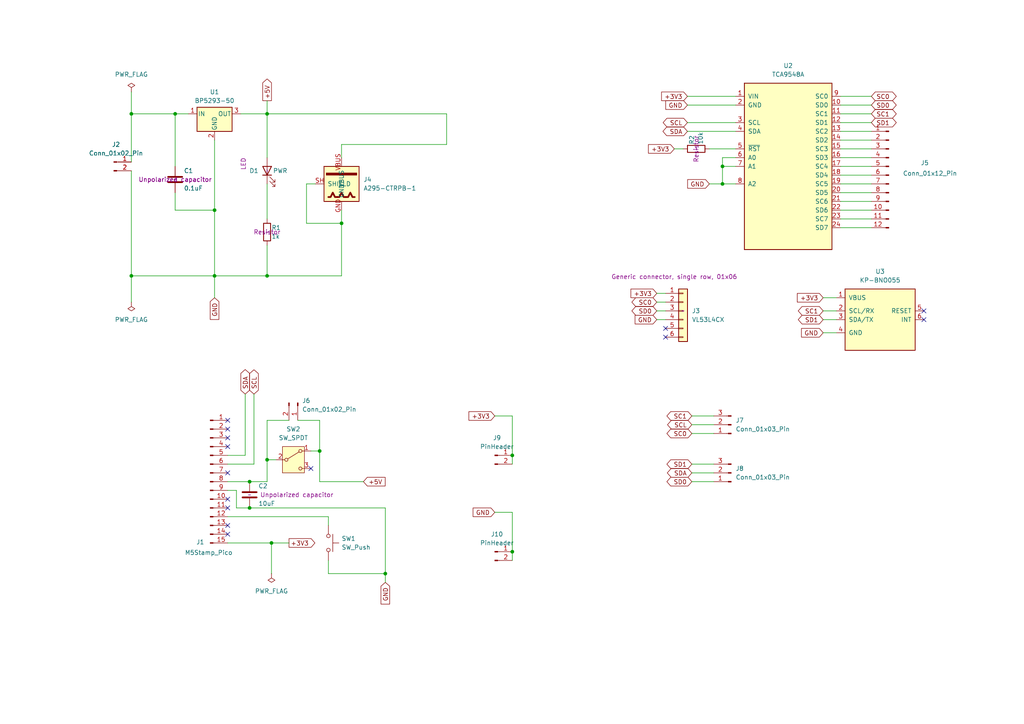
<source format=kicad_sch>
(kicad_sch
	(version 20250114)
	(generator "eeschema")
	(generator_version "9.0")
	(uuid "12345678-1234-1234-1234-123456789abc")
	(paper "A4")
	(title_block
		(title "M5Stamp Pico + VL53L4CX ToF Sensor")
		(date "2026-01-14")
		(rev "1.0")
	)
	(lib_symbols
		(symbol "A295-CTRPB-1:A295-CTRPB-1"
			(pin_names
				(offset 1.016)
			)
			(exclude_from_sim no)
			(in_bom yes)
			(on_board yes)
			(property "Reference" "J"
				(at 0 8.89 0)
				(effects
					(font
						(size 1.27 1.27)
					)
				)
			)
			(property "Value" "A295-CTRPB-1"
				(at 0 6.35 0)
				(effects
					(font
						(size 1.27 1.27)
					)
				)
			)
			(property "Footprint" "Aki-USB-C-Connector:A295-CTRPB-1"
				(at 0 -10.16 0)
				(effects
					(font
						(size 1.27 1.27)
					)
					(hide yes)
				)
			)
			(property "Datasheet" "https://akizukidenshi.com/goodsaffix/A295-CTRPB-1-new.pdf"
				(at 0 -12.7 0)
				(effects
					(font
						(size 1.27 1.27)
					)
					(hide yes)
				)
			)
			(property "Description" "USB Type-C Receptacle, Power Only, 5V 3A"
				(at 0 -15.24 0)
				(effects
					(font
						(size 1.27 1.27)
					)
					(hide yes)
				)
			)
			(property "Manufacturer" "Chang Enn Co., Ltd."
				(at 0 -17.78 0)
				(effects
					(font
						(size 1.27 1.27)
					)
					(hide yes)
				)
			)
			(property "MPN" "A295-CTRPB-1"
				(at 0 -20.32 0)
				(effects
					(font
						(size 1.27 1.27)
					)
					(hide yes)
				)
			)
			(property "Supplier" "Akizuki Denshi"
				(at 0 -22.86 0)
				(effects
					(font
						(size 1.27 1.27)
					)
					(hide yes)
				)
			)
			(property "SupplierPartNumber" "116895"
				(at 0 -25.4 0)
				(effects
					(font
						(size 1.27 1.27)
					)
					(hide yes)
				)
			)
			(property "ki_keywords" "usb type-c power connector receptacle"
				(at 0 0 0)
				(effects
					(font
						(size 1.27 1.27)
					)
					(hide yes)
				)
			)
			(property "ki_fp_filters" "A295-CTRPB-1*"
				(at 0 0 0)
				(effects
					(font
						(size 1.27 1.27)
					)
					(hide yes)
				)
			)
			(symbol "A295-CTRPB-1_0_1"
				(rectangle
					(start -5.08 5.08)
					(end 5.08 -5.08)
					(stroke
						(width 0.254)
						(type default)
					)
					(fill
						(type background)
					)
				)
				(rectangle
					(start -4.445 3.175)
					(end 4.445 2.54)
					(stroke
						(width 0)
						(type default)
					)
					(fill
						(type outline)
					)
				)
				(polyline
					(pts
						(xy -3.81 -3.81) (xy -3.175 -3.81) (xy -2.54 -2.54) (xy -1.905 -3.81) (xy -1.27 -3.81)
					)
					(stroke
						(width 0.508)
						(type default)
					)
					(fill
						(type none)
					)
				)
				(polyline
					(pts
						(xy -1.27 -3.81) (xy -0.635 -3.81) (xy 0 -2.54) (xy 0.635 -3.81) (xy 1.27 -3.81)
					)
					(stroke
						(width 0.508)
						(type default)
					)
					(fill
						(type none)
					)
				)
				(polyline
					(pts
						(xy 1.27 -3.81) (xy 1.905 -3.81) (xy 2.54 -2.54) (xy 3.175 -3.81) (xy 3.81 -3.81)
					)
					(stroke
						(width 0.508)
						(type default)
					)
					(fill
						(type none)
					)
				)
			)
			(symbol "A295-CTRPB-1_1_1"
				(pin passive line
					(at -7.62 0 0)
					(length 2.54)
					(name "SHIELD"
						(effects
							(font
								(size 1.27 1.27)
							)
						)
					)
					(number "SH"
						(effects
							(font
								(size 1.27 1.27)
							)
						)
					)
				)
				(pin power_in line
					(at 0 7.62 270)
					(length 2.54)
					(name "VBUS"
						(effects
							(font
								(size 1.27 1.27)
							)
						)
					)
					(number "VBUS"
						(effects
							(font
								(size 1.27 1.27)
							)
						)
					)
				)
				(pin power_in line
					(at 0 -7.62 90)
					(length 2.54)
					(name "GND"
						(effects
							(font
								(size 1.27 1.27)
							)
						)
					)
					(number "GND"
						(effects
							(font
								(size 1.27 1.27)
							)
						)
					)
				)
			)
			(embedded_fonts no)
		)
		(symbol "C_1"
			(pin_numbers
				(hide yes)
			)
			(pin_names
				(offset 0.254)
			)
			(exclude_from_sim no)
			(in_bom yes)
			(on_board yes)
			(property "Reference" "C"
				(at 0.635 2.54 0)
				(effects
					(font
						(size 1.27 1.27)
					)
					(justify left)
				)
			)
			(property "Value" "C"
				(at 0.635 -2.54 0)
				(effects
					(font
						(size 1.27 1.27)
					)
					(justify left)
				)
			)
			(property "Footprint" ""
				(at 0.9652 -3.81 0)
				(effects
					(font
						(size 1.27 1.27)
					)
					(hide yes)
				)
			)
			(property "Datasheet" "~"
				(at 0 0 0)
				(effects
					(font
						(size 1.27 1.27)
					)
					(hide yes)
				)
			)
			(property "Description" "Unpolarized capacitor"
				(at 0 0 0)
				(effects
					(font
						(size 1.27 1.27)
					)
					(hide yes)
				)
			)
			(property "ki_keywords" "cap capacitor"
				(at 0 0 0)
				(effects
					(font
						(size 1.27 1.27)
					)
					(hide yes)
				)
			)
			(property "ki_fp_filters" "C_*"
				(at 0 0 0)
				(effects
					(font
						(size 1.27 1.27)
					)
					(hide yes)
				)
			)
			(symbol "C_1_0_1"
				(polyline
					(pts
						(xy -2.032 0.762) (xy 2.032 0.762)
					)
					(stroke
						(width 0.508)
						(type default)
					)
					(fill
						(type none)
					)
				)
				(polyline
					(pts
						(xy -2.032 -0.762) (xy 2.032 -0.762)
					)
					(stroke
						(width 0.508)
						(type default)
					)
					(fill
						(type none)
					)
				)
			)
			(symbol "C_1_1_1"
				(pin passive line
					(at 0 3.81 270)
					(length 2.794)
					(name "~"
						(effects
							(font
								(size 1.27 1.27)
							)
						)
					)
					(number "1"
						(effects
							(font
								(size 1.27 1.27)
							)
						)
					)
				)
				(pin passive line
					(at 0 -3.81 90)
					(length 2.794)
					(name "~"
						(effects
							(font
								(size 1.27 1.27)
							)
						)
					)
					(number "2"
						(effects
							(font
								(size 1.27 1.27)
							)
						)
					)
				)
			)
			(embedded_fonts no)
		)
		(symbol "Connector:Conn_01x02_Pin"
			(pin_names
				(offset 1.016)
				(hide yes)
			)
			(exclude_from_sim no)
			(in_bom yes)
			(on_board yes)
			(property "Reference" "J"
				(at 0 2.54 0)
				(effects
					(font
						(size 1.27 1.27)
					)
				)
			)
			(property "Value" "Conn_01x02_Pin"
				(at 0 -5.08 0)
				(effects
					(font
						(size 1.27 1.27)
					)
				)
			)
			(property "Footprint" ""
				(at 0 0 0)
				(effects
					(font
						(size 1.27 1.27)
					)
					(hide yes)
				)
			)
			(property "Datasheet" "~"
				(at 0 0 0)
				(effects
					(font
						(size 1.27 1.27)
					)
					(hide yes)
				)
			)
			(property "Description" "Generic connector, single row, 01x02, script generated"
				(at 0 0 0)
				(effects
					(font
						(size 1.27 1.27)
					)
					(hide yes)
				)
			)
			(property "ki_locked" ""
				(at 0 0 0)
				(effects
					(font
						(size 1.27 1.27)
					)
				)
			)
			(property "ki_keywords" "connector"
				(at 0 0 0)
				(effects
					(font
						(size 1.27 1.27)
					)
					(hide yes)
				)
			)
			(property "ki_fp_filters" "Connector*:*_1x??_*"
				(at 0 0 0)
				(effects
					(font
						(size 1.27 1.27)
					)
					(hide yes)
				)
			)
			(symbol "Conn_01x02_Pin_1_1"
				(rectangle
					(start 0.8636 0.127)
					(end 0 -0.127)
					(stroke
						(width 0.1524)
						(type default)
					)
					(fill
						(type outline)
					)
				)
				(rectangle
					(start 0.8636 -2.413)
					(end 0 -2.667)
					(stroke
						(width 0.1524)
						(type default)
					)
					(fill
						(type outline)
					)
				)
				(polyline
					(pts
						(xy 1.27 0) (xy 0.8636 0)
					)
					(stroke
						(width 0.1524)
						(type default)
					)
					(fill
						(type none)
					)
				)
				(polyline
					(pts
						(xy 1.27 -2.54) (xy 0.8636 -2.54)
					)
					(stroke
						(width 0.1524)
						(type default)
					)
					(fill
						(type none)
					)
				)
				(pin passive line
					(at 5.08 0 180)
					(length 3.81)
					(name "Pin_1"
						(effects
							(font
								(size 1.27 1.27)
							)
						)
					)
					(number "1"
						(effects
							(font
								(size 1.27 1.27)
							)
						)
					)
				)
				(pin passive line
					(at 5.08 -2.54 180)
					(length 3.81)
					(name "Pin_2"
						(effects
							(font
								(size 1.27 1.27)
							)
						)
					)
					(number "2"
						(effects
							(font
								(size 1.27 1.27)
							)
						)
					)
				)
			)
			(embedded_fonts no)
		)
		(symbol "Connector:Conn_01x03_Pin"
			(pin_names
				(offset 1.016)
				(hide yes)
			)
			(exclude_from_sim no)
			(in_bom yes)
			(on_board yes)
			(property "Reference" "J"
				(at 0 5.08 0)
				(effects
					(font
						(size 1.27 1.27)
					)
				)
			)
			(property "Value" "Conn_01x03_Pin"
				(at 0 -5.08 0)
				(effects
					(font
						(size 1.27 1.27)
					)
				)
			)
			(property "Footprint" ""
				(at 0 0 0)
				(effects
					(font
						(size 1.27 1.27)
					)
					(hide yes)
				)
			)
			(property "Datasheet" "~"
				(at 0 0 0)
				(effects
					(font
						(size 1.27 1.27)
					)
					(hide yes)
				)
			)
			(property "Description" "Generic connector, single row, 01x03, script generated"
				(at 0 0 0)
				(effects
					(font
						(size 1.27 1.27)
					)
					(hide yes)
				)
			)
			(property "ki_locked" ""
				(at 0 0 0)
				(effects
					(font
						(size 1.27 1.27)
					)
				)
			)
			(property "ki_keywords" "connector"
				(at 0 0 0)
				(effects
					(font
						(size 1.27 1.27)
					)
					(hide yes)
				)
			)
			(property "ki_fp_filters" "Connector*:*_1x??_*"
				(at 0 0 0)
				(effects
					(font
						(size 1.27 1.27)
					)
					(hide yes)
				)
			)
			(symbol "Conn_01x03_Pin_1_1"
				(rectangle
					(start 0.8636 2.667)
					(end 0 2.413)
					(stroke
						(width 0.1524)
						(type default)
					)
					(fill
						(type outline)
					)
				)
				(rectangle
					(start 0.8636 0.127)
					(end 0 -0.127)
					(stroke
						(width 0.1524)
						(type default)
					)
					(fill
						(type outline)
					)
				)
				(rectangle
					(start 0.8636 -2.413)
					(end 0 -2.667)
					(stroke
						(width 0.1524)
						(type default)
					)
					(fill
						(type outline)
					)
				)
				(polyline
					(pts
						(xy 1.27 2.54) (xy 0.8636 2.54)
					)
					(stroke
						(width 0.1524)
						(type default)
					)
					(fill
						(type none)
					)
				)
				(polyline
					(pts
						(xy 1.27 0) (xy 0.8636 0)
					)
					(stroke
						(width 0.1524)
						(type default)
					)
					(fill
						(type none)
					)
				)
				(polyline
					(pts
						(xy 1.27 -2.54) (xy 0.8636 -2.54)
					)
					(stroke
						(width 0.1524)
						(type default)
					)
					(fill
						(type none)
					)
				)
				(pin passive line
					(at 5.08 2.54 180)
					(length 3.81)
					(name "Pin_1"
						(effects
							(font
								(size 1.27 1.27)
							)
						)
					)
					(number "1"
						(effects
							(font
								(size 1.27 1.27)
							)
						)
					)
				)
				(pin passive line
					(at 5.08 0 180)
					(length 3.81)
					(name "Pin_2"
						(effects
							(font
								(size 1.27 1.27)
							)
						)
					)
					(number "2"
						(effects
							(font
								(size 1.27 1.27)
							)
						)
					)
				)
				(pin passive line
					(at 5.08 -2.54 180)
					(length 3.81)
					(name "Pin_3"
						(effects
							(font
								(size 1.27 1.27)
							)
						)
					)
					(number "3"
						(effects
							(font
								(size 1.27 1.27)
							)
						)
					)
				)
			)
			(embedded_fonts no)
		)
		(symbol "Connector:Conn_01x12_Pin"
			(pin_names
				(offset 1.016)
				(hide yes)
			)
			(exclude_from_sim no)
			(in_bom yes)
			(on_board yes)
			(property "Reference" "J"
				(at 0 15.24 0)
				(effects
					(font
						(size 1.27 1.27)
					)
				)
			)
			(property "Value" "Conn_01x12_Pin"
				(at 0 -17.78 0)
				(effects
					(font
						(size 1.27 1.27)
					)
				)
			)
			(property "Footprint" ""
				(at 0 0 0)
				(effects
					(font
						(size 1.27 1.27)
					)
					(hide yes)
				)
			)
			(property "Datasheet" "~"
				(at 0 0 0)
				(effects
					(font
						(size 1.27 1.27)
					)
					(hide yes)
				)
			)
			(property "Description" "Generic connector, single row, 01x12, script generated"
				(at 0 0 0)
				(effects
					(font
						(size 1.27 1.27)
					)
					(hide yes)
				)
			)
			(property "ki_locked" ""
				(at 0 0 0)
				(effects
					(font
						(size 1.27 1.27)
					)
				)
			)
			(property "ki_keywords" "connector"
				(at 0 0 0)
				(effects
					(font
						(size 1.27 1.27)
					)
					(hide yes)
				)
			)
			(property "ki_fp_filters" "Connector*:*_1x??_*"
				(at 0 0 0)
				(effects
					(font
						(size 1.27 1.27)
					)
					(hide yes)
				)
			)
			(symbol "Conn_01x12_Pin_1_1"
				(rectangle
					(start 0.8636 12.827)
					(end 0 12.573)
					(stroke
						(width 0.1524)
						(type default)
					)
					(fill
						(type outline)
					)
				)
				(rectangle
					(start 0.8636 10.287)
					(end 0 10.033)
					(stroke
						(width 0.1524)
						(type default)
					)
					(fill
						(type outline)
					)
				)
				(rectangle
					(start 0.8636 7.747)
					(end 0 7.493)
					(stroke
						(width 0.1524)
						(type default)
					)
					(fill
						(type outline)
					)
				)
				(rectangle
					(start 0.8636 5.207)
					(end 0 4.953)
					(stroke
						(width 0.1524)
						(type default)
					)
					(fill
						(type outline)
					)
				)
				(rectangle
					(start 0.8636 2.667)
					(end 0 2.413)
					(stroke
						(width 0.1524)
						(type default)
					)
					(fill
						(type outline)
					)
				)
				(rectangle
					(start 0.8636 0.127)
					(end 0 -0.127)
					(stroke
						(width 0.1524)
						(type default)
					)
					(fill
						(type outline)
					)
				)
				(rectangle
					(start 0.8636 -2.413)
					(end 0 -2.667)
					(stroke
						(width 0.1524)
						(type default)
					)
					(fill
						(type outline)
					)
				)
				(rectangle
					(start 0.8636 -4.953)
					(end 0 -5.207)
					(stroke
						(width 0.1524)
						(type default)
					)
					(fill
						(type outline)
					)
				)
				(rectangle
					(start 0.8636 -7.493)
					(end 0 -7.747)
					(stroke
						(width 0.1524)
						(type default)
					)
					(fill
						(type outline)
					)
				)
				(rectangle
					(start 0.8636 -10.033)
					(end 0 -10.287)
					(stroke
						(width 0.1524)
						(type default)
					)
					(fill
						(type outline)
					)
				)
				(rectangle
					(start 0.8636 -12.573)
					(end 0 -12.827)
					(stroke
						(width 0.1524)
						(type default)
					)
					(fill
						(type outline)
					)
				)
				(rectangle
					(start 0.8636 -15.113)
					(end 0 -15.367)
					(stroke
						(width 0.1524)
						(type default)
					)
					(fill
						(type outline)
					)
				)
				(polyline
					(pts
						(xy 1.27 12.7) (xy 0.8636 12.7)
					)
					(stroke
						(width 0.1524)
						(type default)
					)
					(fill
						(type none)
					)
				)
				(polyline
					(pts
						(xy 1.27 10.16) (xy 0.8636 10.16)
					)
					(stroke
						(width 0.1524)
						(type default)
					)
					(fill
						(type none)
					)
				)
				(polyline
					(pts
						(xy 1.27 7.62) (xy 0.8636 7.62)
					)
					(stroke
						(width 0.1524)
						(type default)
					)
					(fill
						(type none)
					)
				)
				(polyline
					(pts
						(xy 1.27 5.08) (xy 0.8636 5.08)
					)
					(stroke
						(width 0.1524)
						(type default)
					)
					(fill
						(type none)
					)
				)
				(polyline
					(pts
						(xy 1.27 2.54) (xy 0.8636 2.54)
					)
					(stroke
						(width 0.1524)
						(type default)
					)
					(fill
						(type none)
					)
				)
				(polyline
					(pts
						(xy 1.27 0) (xy 0.8636 0)
					)
					(stroke
						(width 0.1524)
						(type default)
					)
					(fill
						(type none)
					)
				)
				(polyline
					(pts
						(xy 1.27 -2.54) (xy 0.8636 -2.54)
					)
					(stroke
						(width 0.1524)
						(type default)
					)
					(fill
						(type none)
					)
				)
				(polyline
					(pts
						(xy 1.27 -5.08) (xy 0.8636 -5.08)
					)
					(stroke
						(width 0.1524)
						(type default)
					)
					(fill
						(type none)
					)
				)
				(polyline
					(pts
						(xy 1.27 -7.62) (xy 0.8636 -7.62)
					)
					(stroke
						(width 0.1524)
						(type default)
					)
					(fill
						(type none)
					)
				)
				(polyline
					(pts
						(xy 1.27 -10.16) (xy 0.8636 -10.16)
					)
					(stroke
						(width 0.1524)
						(type default)
					)
					(fill
						(type none)
					)
				)
				(polyline
					(pts
						(xy 1.27 -12.7) (xy 0.8636 -12.7)
					)
					(stroke
						(width 0.1524)
						(type default)
					)
					(fill
						(type none)
					)
				)
				(polyline
					(pts
						(xy 1.27 -15.24) (xy 0.8636 -15.24)
					)
					(stroke
						(width 0.1524)
						(type default)
					)
					(fill
						(type none)
					)
				)
				(pin passive line
					(at 5.08 12.7 180)
					(length 3.81)
					(name "Pin_1"
						(effects
							(font
								(size 1.27 1.27)
							)
						)
					)
					(number "1"
						(effects
							(font
								(size 1.27 1.27)
							)
						)
					)
				)
				(pin passive line
					(at 5.08 10.16 180)
					(length 3.81)
					(name "Pin_2"
						(effects
							(font
								(size 1.27 1.27)
							)
						)
					)
					(number "2"
						(effects
							(font
								(size 1.27 1.27)
							)
						)
					)
				)
				(pin passive line
					(at 5.08 7.62 180)
					(length 3.81)
					(name "Pin_3"
						(effects
							(font
								(size 1.27 1.27)
							)
						)
					)
					(number "3"
						(effects
							(font
								(size 1.27 1.27)
							)
						)
					)
				)
				(pin passive line
					(at 5.08 5.08 180)
					(length 3.81)
					(name "Pin_4"
						(effects
							(font
								(size 1.27 1.27)
							)
						)
					)
					(number "4"
						(effects
							(font
								(size 1.27 1.27)
							)
						)
					)
				)
				(pin passive line
					(at 5.08 2.54 180)
					(length 3.81)
					(name "Pin_5"
						(effects
							(font
								(size 1.27 1.27)
							)
						)
					)
					(number "5"
						(effects
							(font
								(size 1.27 1.27)
							)
						)
					)
				)
				(pin passive line
					(at 5.08 0 180)
					(length 3.81)
					(name "Pin_6"
						(effects
							(font
								(size 1.27 1.27)
							)
						)
					)
					(number "6"
						(effects
							(font
								(size 1.27 1.27)
							)
						)
					)
				)
				(pin passive line
					(at 5.08 -2.54 180)
					(length 3.81)
					(name "Pin_7"
						(effects
							(font
								(size 1.27 1.27)
							)
						)
					)
					(number "7"
						(effects
							(font
								(size 1.27 1.27)
							)
						)
					)
				)
				(pin passive line
					(at 5.08 -5.08 180)
					(length 3.81)
					(name "Pin_8"
						(effects
							(font
								(size 1.27 1.27)
							)
						)
					)
					(number "8"
						(effects
							(font
								(size 1.27 1.27)
							)
						)
					)
				)
				(pin passive line
					(at 5.08 -7.62 180)
					(length 3.81)
					(name "Pin_9"
						(effects
							(font
								(size 1.27 1.27)
							)
						)
					)
					(number "9"
						(effects
							(font
								(size 1.27 1.27)
							)
						)
					)
				)
				(pin passive line
					(at 5.08 -10.16 180)
					(length 3.81)
					(name "Pin_10"
						(effects
							(font
								(size 1.27 1.27)
							)
						)
					)
					(number "10"
						(effects
							(font
								(size 1.27 1.27)
							)
						)
					)
				)
				(pin passive line
					(at 5.08 -12.7 180)
					(length 3.81)
					(name "Pin_11"
						(effects
							(font
								(size 1.27 1.27)
							)
						)
					)
					(number "11"
						(effects
							(font
								(size 1.27 1.27)
							)
						)
					)
				)
				(pin passive line
					(at 5.08 -15.24 180)
					(length 3.81)
					(name "Pin_12"
						(effects
							(font
								(size 1.27 1.27)
							)
						)
					)
					(number "12"
						(effects
							(font
								(size 1.27 1.27)
							)
						)
					)
				)
			)
			(embedded_fonts no)
		)
		(symbol "Connector:Conn_01x15_Pin"
			(pin_names
				(offset 1.016)
				(hide yes)
			)
			(exclude_from_sim no)
			(in_bom yes)
			(on_board yes)
			(property "Reference" "J"
				(at 0 20.32 0)
				(effects
					(font
						(size 1.27 1.27)
					)
				)
			)
			(property "Value" "Conn_01x15_Pin"
				(at 0 -20.32 0)
				(effects
					(font
						(size 1.27 1.27)
					)
				)
			)
			(property "Footprint" ""
				(at 0 0 0)
				(effects
					(font
						(size 1.27 1.27)
					)
					(hide yes)
				)
			)
			(property "Datasheet" "~"
				(at 0 0 0)
				(effects
					(font
						(size 1.27 1.27)
					)
					(hide yes)
				)
			)
			(property "Description" "Generic connector, single row, 01x15, script generated"
				(at 0 0 0)
				(effects
					(font
						(size 1.27 1.27)
					)
					(hide yes)
				)
			)
			(property "ki_locked" ""
				(at 0 0 0)
				(effects
					(font
						(size 1.27 1.27)
					)
				)
			)
			(property "ki_keywords" "connector"
				(at 0 0 0)
				(effects
					(font
						(size 1.27 1.27)
					)
					(hide yes)
				)
			)
			(property "ki_fp_filters" "Connector*:*_1x??_*"
				(at 0 0 0)
				(effects
					(font
						(size 1.27 1.27)
					)
					(hide yes)
				)
			)
			(symbol "Conn_01x15_Pin_1_1"
				(rectangle
					(start 0.8636 17.907)
					(end 0 17.653)
					(stroke
						(width 0.1524)
						(type default)
					)
					(fill
						(type outline)
					)
				)
				(rectangle
					(start 0.8636 15.367)
					(end 0 15.113)
					(stroke
						(width 0.1524)
						(type default)
					)
					(fill
						(type outline)
					)
				)
				(rectangle
					(start 0.8636 12.827)
					(end 0 12.573)
					(stroke
						(width 0.1524)
						(type default)
					)
					(fill
						(type outline)
					)
				)
				(rectangle
					(start 0.8636 10.287)
					(end 0 10.033)
					(stroke
						(width 0.1524)
						(type default)
					)
					(fill
						(type outline)
					)
				)
				(rectangle
					(start 0.8636 7.747)
					(end 0 7.493)
					(stroke
						(width 0.1524)
						(type default)
					)
					(fill
						(type outline)
					)
				)
				(rectangle
					(start 0.8636 5.207)
					(end 0 4.953)
					(stroke
						(width 0.1524)
						(type default)
					)
					(fill
						(type outline)
					)
				)
				(rectangle
					(start 0.8636 2.667)
					(end 0 2.413)
					(stroke
						(width 0.1524)
						(type default)
					)
					(fill
						(type outline)
					)
				)
				(rectangle
					(start 0.8636 0.127)
					(end 0 -0.127)
					(stroke
						(width 0.1524)
						(type default)
					)
					(fill
						(type outline)
					)
				)
				(rectangle
					(start 0.8636 -2.413)
					(end 0 -2.667)
					(stroke
						(width 0.1524)
						(type default)
					)
					(fill
						(type outline)
					)
				)
				(rectangle
					(start 0.8636 -4.953)
					(end 0 -5.207)
					(stroke
						(width 0.1524)
						(type default)
					)
					(fill
						(type outline)
					)
				)
				(rectangle
					(start 0.8636 -7.493)
					(end 0 -7.747)
					(stroke
						(width 0.1524)
						(type default)
					)
					(fill
						(type outline)
					)
				)
				(rectangle
					(start 0.8636 -10.033)
					(end 0 -10.287)
					(stroke
						(width 0.1524)
						(type default)
					)
					(fill
						(type outline)
					)
				)
				(rectangle
					(start 0.8636 -12.573)
					(end 0 -12.827)
					(stroke
						(width 0.1524)
						(type default)
					)
					(fill
						(type outline)
					)
				)
				(rectangle
					(start 0.8636 -15.113)
					(end 0 -15.367)
					(stroke
						(width 0.1524)
						(type default)
					)
					(fill
						(type outline)
					)
				)
				(rectangle
					(start 0.8636 -17.653)
					(end 0 -17.907)
					(stroke
						(width 0.1524)
						(type default)
					)
					(fill
						(type outline)
					)
				)
				(polyline
					(pts
						(xy 1.27 17.78) (xy 0.8636 17.78)
					)
					(stroke
						(width 0.1524)
						(type default)
					)
					(fill
						(type none)
					)
				)
				(polyline
					(pts
						(xy 1.27 15.24) (xy 0.8636 15.24)
					)
					(stroke
						(width 0.1524)
						(type default)
					)
					(fill
						(type none)
					)
				)
				(polyline
					(pts
						(xy 1.27 12.7) (xy 0.8636 12.7)
					)
					(stroke
						(width 0.1524)
						(type default)
					)
					(fill
						(type none)
					)
				)
				(polyline
					(pts
						(xy 1.27 10.16) (xy 0.8636 10.16)
					)
					(stroke
						(width 0.1524)
						(type default)
					)
					(fill
						(type none)
					)
				)
				(polyline
					(pts
						(xy 1.27 7.62) (xy 0.8636 7.62)
					)
					(stroke
						(width 0.1524)
						(type default)
					)
					(fill
						(type none)
					)
				)
				(polyline
					(pts
						(xy 1.27 5.08) (xy 0.8636 5.08)
					)
					(stroke
						(width 0.1524)
						(type default)
					)
					(fill
						(type none)
					)
				)
				(polyline
					(pts
						(xy 1.27 2.54) (xy 0.8636 2.54)
					)
					(stroke
						(width 0.1524)
						(type default)
					)
					(fill
						(type none)
					)
				)
				(polyline
					(pts
						(xy 1.27 0) (xy 0.8636 0)
					)
					(stroke
						(width 0.1524)
						(type default)
					)
					(fill
						(type none)
					)
				)
				(polyline
					(pts
						(xy 1.27 -2.54) (xy 0.8636 -2.54)
					)
					(stroke
						(width 0.1524)
						(type default)
					)
					(fill
						(type none)
					)
				)
				(polyline
					(pts
						(xy 1.27 -5.08) (xy 0.8636 -5.08)
					)
					(stroke
						(width 0.1524)
						(type default)
					)
					(fill
						(type none)
					)
				)
				(polyline
					(pts
						(xy 1.27 -7.62) (xy 0.8636 -7.62)
					)
					(stroke
						(width 0.1524)
						(type default)
					)
					(fill
						(type none)
					)
				)
				(polyline
					(pts
						(xy 1.27 -10.16) (xy 0.8636 -10.16)
					)
					(stroke
						(width 0.1524)
						(type default)
					)
					(fill
						(type none)
					)
				)
				(polyline
					(pts
						(xy 1.27 -12.7) (xy 0.8636 -12.7)
					)
					(stroke
						(width 0.1524)
						(type default)
					)
					(fill
						(type none)
					)
				)
				(polyline
					(pts
						(xy 1.27 -15.24) (xy 0.8636 -15.24)
					)
					(stroke
						(width 0.1524)
						(type default)
					)
					(fill
						(type none)
					)
				)
				(polyline
					(pts
						(xy 1.27 -17.78) (xy 0.8636 -17.78)
					)
					(stroke
						(width 0.1524)
						(type default)
					)
					(fill
						(type none)
					)
				)
				(pin passive line
					(at 5.08 17.78 180)
					(length 3.81)
					(name "Pin_1"
						(effects
							(font
								(size 1.27 1.27)
							)
						)
					)
					(number "1"
						(effects
							(font
								(size 1.27 1.27)
							)
						)
					)
				)
				(pin passive line
					(at 5.08 15.24 180)
					(length 3.81)
					(name "Pin_2"
						(effects
							(font
								(size 1.27 1.27)
							)
						)
					)
					(number "2"
						(effects
							(font
								(size 1.27 1.27)
							)
						)
					)
				)
				(pin passive line
					(at 5.08 12.7 180)
					(length 3.81)
					(name "Pin_3"
						(effects
							(font
								(size 1.27 1.27)
							)
						)
					)
					(number "3"
						(effects
							(font
								(size 1.27 1.27)
							)
						)
					)
				)
				(pin passive line
					(at 5.08 10.16 180)
					(length 3.81)
					(name "Pin_4"
						(effects
							(font
								(size 1.27 1.27)
							)
						)
					)
					(number "4"
						(effects
							(font
								(size 1.27 1.27)
							)
						)
					)
				)
				(pin passive line
					(at 5.08 7.62 180)
					(length 3.81)
					(name "Pin_5"
						(effects
							(font
								(size 1.27 1.27)
							)
						)
					)
					(number "5"
						(effects
							(font
								(size 1.27 1.27)
							)
						)
					)
				)
				(pin passive line
					(at 5.08 5.08 180)
					(length 3.81)
					(name "Pin_6"
						(effects
							(font
								(size 1.27 1.27)
							)
						)
					)
					(number "6"
						(effects
							(font
								(size 1.27 1.27)
							)
						)
					)
				)
				(pin passive line
					(at 5.08 2.54 180)
					(length 3.81)
					(name "Pin_7"
						(effects
							(font
								(size 1.27 1.27)
							)
						)
					)
					(number "7"
						(effects
							(font
								(size 1.27 1.27)
							)
						)
					)
				)
				(pin passive line
					(at 5.08 0 180)
					(length 3.81)
					(name "Pin_8"
						(effects
							(font
								(size 1.27 1.27)
							)
						)
					)
					(number "8"
						(effects
							(font
								(size 1.27 1.27)
							)
						)
					)
				)
				(pin passive line
					(at 5.08 -2.54 180)
					(length 3.81)
					(name "Pin_9"
						(effects
							(font
								(size 1.27 1.27)
							)
						)
					)
					(number "9"
						(effects
							(font
								(size 1.27 1.27)
							)
						)
					)
				)
				(pin passive line
					(at 5.08 -5.08 180)
					(length 3.81)
					(name "Pin_10"
						(effects
							(font
								(size 1.27 1.27)
							)
						)
					)
					(number "10"
						(effects
							(font
								(size 1.27 1.27)
							)
						)
					)
				)
				(pin passive line
					(at 5.08 -7.62 180)
					(length 3.81)
					(name "Pin_11"
						(effects
							(font
								(size 1.27 1.27)
							)
						)
					)
					(number "11"
						(effects
							(font
								(size 1.27 1.27)
							)
						)
					)
				)
				(pin passive line
					(at 5.08 -10.16 180)
					(length 3.81)
					(name "Pin_12"
						(effects
							(font
								(size 1.27 1.27)
							)
						)
					)
					(number "12"
						(effects
							(font
								(size 1.27 1.27)
							)
						)
					)
				)
				(pin passive line
					(at 5.08 -12.7 180)
					(length 3.81)
					(name "Pin_13"
						(effects
							(font
								(size 1.27 1.27)
							)
						)
					)
					(number "13"
						(effects
							(font
								(size 1.27 1.27)
							)
						)
					)
				)
				(pin passive line
					(at 5.08 -15.24 180)
					(length 3.81)
					(name "Pin_14"
						(effects
							(font
								(size 1.27 1.27)
							)
						)
					)
					(number "14"
						(effects
							(font
								(size 1.27 1.27)
							)
						)
					)
				)
				(pin passive line
					(at 5.08 -17.78 180)
					(length 3.81)
					(name "Pin_15"
						(effects
							(font
								(size 1.27 1.27)
							)
						)
					)
					(number "15"
						(effects
							(font
								(size 1.27 1.27)
							)
						)
					)
				)
			)
			(embedded_fonts no)
		)
		(symbol "Connector_Generic:Conn_01x06"
			(pin_names
				(offset 1.016)
				(hide yes)
			)
			(exclude_from_sim no)
			(in_bom yes)
			(on_board yes)
			(property "Reference" "J"
				(at 0 7.62 0)
				(effects
					(font
						(size 1.27 1.27)
					)
				)
			)
			(property "Value" "Conn_01x06"
				(at 0 -10.16 0)
				(effects
					(font
						(size 1.27 1.27)
					)
				)
			)
			(property "Footprint" ""
				(at 0 0 0)
				(effects
					(font
						(size 1.27 1.27)
					)
					(hide yes)
				)
			)
			(property "Datasheet" "~"
				(at 0 0 0)
				(effects
					(font
						(size 1.27 1.27)
					)
					(hide yes)
				)
			)
			(property "Description" "Generic connector, single row, 01x06, script generated (kicad-library-utils/schlib/autogen/connector/)"
				(at 0 0 0)
				(effects
					(font
						(size 1.27 1.27)
					)
					(hide yes)
				)
			)
			(property "ki_keywords" "connector"
				(at 0 0 0)
				(effects
					(font
						(size 1.27 1.27)
					)
					(hide yes)
				)
			)
			(property "ki_fp_filters" "Connector*:*_1x??_*"
				(at 0 0 0)
				(effects
					(font
						(size 1.27 1.27)
					)
					(hide yes)
				)
			)
			(symbol "Conn_01x06_1_1"
				(rectangle
					(start -1.27 6.35)
					(end 1.27 -8.89)
					(stroke
						(width 0.254)
						(type default)
					)
					(fill
						(type background)
					)
				)
				(rectangle
					(start -1.27 5.207)
					(end 0 4.953)
					(stroke
						(width 0.1524)
						(type default)
					)
					(fill
						(type none)
					)
				)
				(rectangle
					(start -1.27 2.667)
					(end 0 2.413)
					(stroke
						(width 0.1524)
						(type default)
					)
					(fill
						(type none)
					)
				)
				(rectangle
					(start -1.27 0.127)
					(end 0 -0.127)
					(stroke
						(width 0.1524)
						(type default)
					)
					(fill
						(type none)
					)
				)
				(rectangle
					(start -1.27 -2.413)
					(end 0 -2.667)
					(stroke
						(width 0.1524)
						(type default)
					)
					(fill
						(type none)
					)
				)
				(rectangle
					(start -1.27 -4.953)
					(end 0 -5.207)
					(stroke
						(width 0.1524)
						(type default)
					)
					(fill
						(type none)
					)
				)
				(rectangle
					(start -1.27 -7.493)
					(end 0 -7.747)
					(stroke
						(width 0.1524)
						(type default)
					)
					(fill
						(type none)
					)
				)
				(pin passive line
					(at -5.08 5.08 0)
					(length 3.81)
					(name "Pin_1"
						(effects
							(font
								(size 1.27 1.27)
							)
						)
					)
					(number "1"
						(effects
							(font
								(size 1.27 1.27)
							)
						)
					)
				)
				(pin passive line
					(at -5.08 2.54 0)
					(length 3.81)
					(name "Pin_2"
						(effects
							(font
								(size 1.27 1.27)
							)
						)
					)
					(number "2"
						(effects
							(font
								(size 1.27 1.27)
							)
						)
					)
				)
				(pin passive line
					(at -5.08 0 0)
					(length 3.81)
					(name "Pin_3"
						(effects
							(font
								(size 1.27 1.27)
							)
						)
					)
					(number "3"
						(effects
							(font
								(size 1.27 1.27)
							)
						)
					)
				)
				(pin passive line
					(at -5.08 -2.54 0)
					(length 3.81)
					(name "Pin_4"
						(effects
							(font
								(size 1.27 1.27)
							)
						)
					)
					(number "4"
						(effects
							(font
								(size 1.27 1.27)
							)
						)
					)
				)
				(pin passive line
					(at -5.08 -5.08 0)
					(length 3.81)
					(name "Pin_5"
						(effects
							(font
								(size 1.27 1.27)
							)
						)
					)
					(number "5"
						(effects
							(font
								(size 1.27 1.27)
							)
						)
					)
				)
				(pin passive line
					(at -5.08 -7.62 0)
					(length 3.81)
					(name "Pin_6"
						(effects
							(font
								(size 1.27 1.27)
							)
						)
					)
					(number "6"
						(effects
							(font
								(size 1.27 1.27)
							)
						)
					)
				)
			)
			(embedded_fonts no)
		)
		(symbol "Device:C"
			(pin_numbers
				(hide yes)
			)
			(pin_names
				(offset 0.254)
			)
			(exclude_from_sim no)
			(in_bom yes)
			(on_board yes)
			(property "Reference" "C"
				(at 0.635 2.54 0)
				(effects
					(font
						(size 1.27 1.27)
					)
					(justify left)
				)
			)
			(property "Value" "C"
				(at 0.635 -2.54 0)
				(effects
					(font
						(size 1.27 1.27)
					)
					(justify left)
				)
			)
			(property "Footprint" ""
				(at 0.9652 -3.81 0)
				(effects
					(font
						(size 1.27 1.27)
					)
					(hide yes)
				)
			)
			(property "Datasheet" "~"
				(at 0 0 0)
				(effects
					(font
						(size 1.27 1.27)
					)
					(hide yes)
				)
			)
			(property "Description" "Unpolarized capacitor"
				(at 0 0 0)
				(effects
					(font
						(size 1.27 1.27)
					)
					(hide yes)
				)
			)
			(property "ki_keywords" "cap capacitor"
				(at 0 0 0)
				(effects
					(font
						(size 1.27 1.27)
					)
					(hide yes)
				)
			)
			(property "ki_fp_filters" "C_*"
				(at 0 0 0)
				(effects
					(font
						(size 1.27 1.27)
					)
					(hide yes)
				)
			)
			(symbol "C_0_1"
				(polyline
					(pts
						(xy -2.032 0.762) (xy 2.032 0.762)
					)
					(stroke
						(width 0.508)
						(type default)
					)
					(fill
						(type none)
					)
				)
				(polyline
					(pts
						(xy -2.032 -0.762) (xy 2.032 -0.762)
					)
					(stroke
						(width 0.508)
						(type default)
					)
					(fill
						(type none)
					)
				)
			)
			(symbol "C_1_1"
				(pin passive line
					(at 0 3.81 270)
					(length 2.794)
					(name "~"
						(effects
							(font
								(size 1.27 1.27)
							)
						)
					)
					(number "1"
						(effects
							(font
								(size 1.27 1.27)
							)
						)
					)
				)
				(pin passive line
					(at 0 -3.81 90)
					(length 2.794)
					(name "~"
						(effects
							(font
								(size 1.27 1.27)
							)
						)
					)
					(number "2"
						(effects
							(font
								(size 1.27 1.27)
							)
						)
					)
				)
			)
			(embedded_fonts no)
		)
		(symbol "Device:LED"
			(pin_numbers
				(hide yes)
			)
			(pin_names
				(offset 1.016)
				(hide yes)
			)
			(exclude_from_sim no)
			(in_bom yes)
			(on_board yes)
			(property "Reference" "D"
				(at 0 2.54 0)
				(effects
					(font
						(size 1.27 1.27)
					)
				)
			)
			(property "Value" "LED"
				(at 0 -2.54 0)
				(effects
					(font
						(size 1.27 1.27)
					)
				)
			)
			(property "Footprint" ""
				(at 0 0 0)
				(effects
					(font
						(size 1.27 1.27)
					)
					(hide yes)
				)
			)
			(property "Datasheet" "~"
				(at 0 0 0)
				(effects
					(font
						(size 1.27 1.27)
					)
					(hide yes)
				)
			)
			(property "Description" "Light emitting diode"
				(at 0 0 0)
				(effects
					(font
						(size 1.27 1.27)
					)
					(hide yes)
				)
			)
			(property "Sim.Pins" "1=K 2=A"
				(at 0 0 0)
				(effects
					(font
						(size 1.27 1.27)
					)
					(hide yes)
				)
			)
			(property "ki_keywords" "LED diode"
				(at 0 0 0)
				(effects
					(font
						(size 1.27 1.27)
					)
					(hide yes)
				)
			)
			(property "ki_fp_filters" "LED* LED_SMD:* LED_THT:*"
				(at 0 0 0)
				(effects
					(font
						(size 1.27 1.27)
					)
					(hide yes)
				)
			)
			(symbol "LED_0_1"
				(polyline
					(pts
						(xy -3.048 -0.762) (xy -4.572 -2.286) (xy -3.81 -2.286) (xy -4.572 -2.286) (xy -4.572 -1.524)
					)
					(stroke
						(width 0)
						(type default)
					)
					(fill
						(type none)
					)
				)
				(polyline
					(pts
						(xy -1.778 -0.762) (xy -3.302 -2.286) (xy -2.54 -2.286) (xy -3.302 -2.286) (xy -3.302 -1.524)
					)
					(stroke
						(width 0)
						(type default)
					)
					(fill
						(type none)
					)
				)
				(polyline
					(pts
						(xy -1.27 0) (xy 1.27 0)
					)
					(stroke
						(width 0)
						(type default)
					)
					(fill
						(type none)
					)
				)
				(polyline
					(pts
						(xy -1.27 -1.27) (xy -1.27 1.27)
					)
					(stroke
						(width 0.254)
						(type default)
					)
					(fill
						(type none)
					)
				)
				(polyline
					(pts
						(xy 1.27 -1.27) (xy 1.27 1.27) (xy -1.27 0) (xy 1.27 -1.27)
					)
					(stroke
						(width 0.254)
						(type default)
					)
					(fill
						(type none)
					)
				)
			)
			(symbol "LED_1_1"
				(pin passive line
					(at -3.81 0 0)
					(length 2.54)
					(name "K"
						(effects
							(font
								(size 1.27 1.27)
							)
						)
					)
					(number "1"
						(effects
							(font
								(size 1.27 1.27)
							)
						)
					)
				)
				(pin passive line
					(at 3.81 0 180)
					(length 2.54)
					(name "A"
						(effects
							(font
								(size 1.27 1.27)
							)
						)
					)
					(number "2"
						(effects
							(font
								(size 1.27 1.27)
							)
						)
					)
				)
			)
			(embedded_fonts no)
		)
		(symbol "Device:R"
			(pin_numbers
				(hide yes)
			)
			(pin_names
				(offset 0)
			)
			(exclude_from_sim no)
			(in_bom yes)
			(on_board yes)
			(property "Reference" "R"
				(at 2.032 0 90)
				(effects
					(font
						(size 1.27 1.27)
					)
				)
			)
			(property "Value" "R"
				(at 0 0 90)
				(effects
					(font
						(size 1.27 1.27)
					)
				)
			)
			(property "Footprint" ""
				(at -1.778 0 90)
				(effects
					(font
						(size 1.27 1.27)
					)
					(hide yes)
				)
			)
			(property "Datasheet" "~"
				(at 0 0 0)
				(effects
					(font
						(size 1.27 1.27)
					)
					(hide yes)
				)
			)
			(property "Description" "Resistor"
				(at 0 0 0)
				(effects
					(font
						(size 1.27 1.27)
					)
					(hide yes)
				)
			)
			(property "ki_keywords" "R res resistor"
				(at 0 0 0)
				(effects
					(font
						(size 1.27 1.27)
					)
					(hide yes)
				)
			)
			(property "ki_fp_filters" "R_*"
				(at 0 0 0)
				(effects
					(font
						(size 1.27 1.27)
					)
					(hide yes)
				)
			)
			(symbol "R_0_1"
				(rectangle
					(start -1.016 -2.54)
					(end 1.016 2.54)
					(stroke
						(width 0.254)
						(type default)
					)
					(fill
						(type none)
					)
				)
			)
			(symbol "R_1_1"
				(pin passive line
					(at 0 3.81 270)
					(length 1.27)
					(name "~"
						(effects
							(font
								(size 1.27 1.27)
							)
						)
					)
					(number "1"
						(effects
							(font
								(size 1.27 1.27)
							)
						)
					)
				)
				(pin passive line
					(at 0 -3.81 90)
					(length 1.27)
					(name "~"
						(effects
							(font
								(size 1.27 1.27)
							)
						)
					)
					(number "2"
						(effects
							(font
								(size 1.27 1.27)
							)
						)
					)
				)
			)
			(embedded_fonts no)
		)
		(symbol "KP-BNO055:KP-BNO055"
			(pin_names
				(offset 1.016)
			)
			(exclude_from_sim no)
			(in_bom yes)
			(on_board yes)
			(property "Reference" "U"
				(at 0 12.7 0)
				(effects
					(font
						(size 1.27 1.27)
					)
				)
			)
			(property "Value" "KP-BNO055"
				(at 0 10.16 0)
				(effects
					(font
						(size 1.27 1.27)
					)
				)
			)
			(property "Footprint" "KP-BNO055:KP-BNO055"
				(at 0 -12.7 0)
				(effects
					(font
						(size 1.27 1.27)
					)
					(hide yes)
				)
			)
			(property "Datasheet" "https://www.bosch-sensortec.com/products/smart-sensor-systems/bno055/"
				(at 0 -15.24 0)
				(effects
					(font
						(size 1.27 1.27)
					)
					(hide yes)
				)
			)
			(property "Description" "9-Axis Absolute Orientation Sensor Module (3-axis accelerometer, 3-axis gyroscope, 3-axis magnetometer)"
				(at 0 -17.78 0)
				(effects
					(font
						(size 1.27 1.27)
					)
					(hide yes)
				)
			)
			(property "Manufacturer" "Wonder Kit"
				(at 0 -20.32 0)
				(effects
					(font
						(size 1.27 1.27)
					)
					(hide yes)
				)
			)
			(property "ki_keywords" "9-axis IMU sensor accelerometer gyroscope magnetometer BNO055"
				(at 0 0 0)
				(effects
					(font
						(size 1.27 1.27)
					)
					(hide yes)
				)
			)
			(symbol "KP-BNO055_0_1"
				(rectangle
					(start -10.16 8.89)
					(end 10.16 -8.89)
					(stroke
						(width 0.254)
						(type default)
					)
					(fill
						(type background)
					)
				)
			)
			(symbol "KP-BNO055_1_1"
				(pin power_in line
					(at -12.7 6.35 0)
					(length 2.54)
					(name "VBUS"
						(effects
							(font
								(size 1.27 1.27)
							)
						)
					)
					(number "1"
						(effects
							(font
								(size 1.27 1.27)
							)
						)
					)
				)
				(pin bidirectional line
					(at -12.7 2.54 0)
					(length 2.54)
					(name "SCL/RX"
						(effects
							(font
								(size 1.27 1.27)
							)
						)
					)
					(number "2"
						(effects
							(font
								(size 1.27 1.27)
							)
						)
					)
				)
				(pin bidirectional line
					(at -12.7 0 0)
					(length 2.54)
					(name "SDA/TX"
						(effects
							(font
								(size 1.27 1.27)
							)
						)
					)
					(number "3"
						(effects
							(font
								(size 1.27 1.27)
							)
						)
					)
				)
				(pin power_in line
					(at -12.7 -3.81 0)
					(length 2.54)
					(name "GND"
						(effects
							(font
								(size 1.27 1.27)
							)
						)
					)
					(number "4"
						(effects
							(font
								(size 1.27 1.27)
							)
						)
					)
				)
				(pin input line
					(at 12.7 2.54 180)
					(length 2.54)
					(name "RESET"
						(effects
							(font
								(size 1.27 1.27)
							)
						)
					)
					(number "5"
						(effects
							(font
								(size 1.27 1.27)
							)
						)
					)
				)
				(pin output line
					(at 12.7 0 180)
					(length 2.54)
					(name "INT"
						(effects
							(font
								(size 1.27 1.27)
							)
						)
					)
					(number "6"
						(effects
							(font
								(size 1.27 1.27)
							)
						)
					)
				)
			)
			(embedded_fonts no)
		)
		(symbol "R_3"
			(pin_numbers
				(hide yes)
			)
			(pin_names
				(offset 0)
			)
			(exclude_from_sim no)
			(in_bom yes)
			(on_board yes)
			(property "Reference" "R"
				(at 2.032 0 90)
				(effects
					(font
						(size 1.27 1.27)
					)
				)
			)
			(property "Value" "R"
				(at 0 0 90)
				(effects
					(font
						(size 1.27 1.27)
					)
				)
			)
			(property "Footprint" ""
				(at -1.778 0 90)
				(effects
					(font
						(size 1.27 1.27)
					)
					(hide yes)
				)
			)
			(property "Datasheet" "~"
				(at 0 0 0)
				(effects
					(font
						(size 1.27 1.27)
					)
					(hide yes)
				)
			)
			(property "Description" "Resistor"
				(at 0 0 0)
				(effects
					(font
						(size 1.27 1.27)
					)
					(hide yes)
				)
			)
			(property "ki_keywords" "R res resistor"
				(at 0 0 0)
				(effects
					(font
						(size 1.27 1.27)
					)
					(hide yes)
				)
			)
			(property "ki_fp_filters" "R_*"
				(at 0 0 0)
				(effects
					(font
						(size 1.27 1.27)
					)
					(hide yes)
				)
			)
			(symbol "R_3_0_1"
				(rectangle
					(start -1.016 -2.54)
					(end 1.016 2.54)
					(stroke
						(width 0.254)
						(type default)
					)
					(fill
						(type none)
					)
				)
			)
			(symbol "R_3_1_1"
				(pin passive line
					(at 0 3.81 270)
					(length 1.27)
					(name "~"
						(effects
							(font
								(size 1.27 1.27)
							)
						)
					)
					(number "1"
						(effects
							(font
								(size 1.27 1.27)
							)
						)
					)
				)
				(pin passive line
					(at 0 -3.81 90)
					(length 1.27)
					(name "~"
						(effects
							(font
								(size 1.27 1.27)
							)
						)
					)
					(number "2"
						(effects
							(font
								(size 1.27 1.27)
							)
						)
					)
				)
			)
			(embedded_fonts no)
		)
		(symbol "Regulator_Linear:L7805"
			(pin_names
				(offset 0.254)
			)
			(exclude_from_sim no)
			(in_bom yes)
			(on_board yes)
			(property "Reference" "U"
				(at -3.81 3.175 0)
				(effects
					(font
						(size 1.27 1.27)
					)
				)
			)
			(property "Value" "L7805"
				(at 0 3.175 0)
				(effects
					(font
						(size 1.27 1.27)
					)
					(justify left)
				)
			)
			(property "Footprint" ""
				(at 0.635 -3.81 0)
				(effects
					(font
						(size 1.27 1.27)
						(italic yes)
					)
					(justify left)
					(hide yes)
				)
			)
			(property "Datasheet" "http://www.st.com/content/ccc/resource/technical/document/datasheet/41/4f/b3/b0/12/d4/47/88/CD00000444.pdf/files/CD00000444.pdf/jcr:content/translations/en.CD00000444.pdf"
				(at 0 -1.27 0)
				(effects
					(font
						(size 1.27 1.27)
					)
					(hide yes)
				)
			)
			(property "Description" "Positive 1.5A 35V Linear Regulator, Fixed Output 5V, TO-220/TO-263/TO-252"
				(at 0 0 0)
				(effects
					(font
						(size 1.27 1.27)
					)
					(hide yes)
				)
			)
			(property "ki_keywords" "Voltage Regulator 1.5A Positive"
				(at 0 0 0)
				(effects
					(font
						(size 1.27 1.27)
					)
					(hide yes)
				)
			)
			(property "ki_fp_filters" "TO?252* TO?263* TO?220*"
				(at 0 0 0)
				(effects
					(font
						(size 1.27 1.27)
					)
					(hide yes)
				)
			)
			(symbol "L7805_0_1"
				(rectangle
					(start -5.08 1.905)
					(end 5.08 -5.08)
					(stroke
						(width 0.254)
						(type default)
					)
					(fill
						(type background)
					)
				)
			)
			(symbol "L7805_1_1"
				(pin power_in line
					(at -7.62 0 0)
					(length 2.54)
					(name "IN"
						(effects
							(font
								(size 1.27 1.27)
							)
						)
					)
					(number "1"
						(effects
							(font
								(size 1.27 1.27)
							)
						)
					)
				)
				(pin power_in line
					(at 0 -7.62 90)
					(length 2.54)
					(name "GND"
						(effects
							(font
								(size 1.27 1.27)
							)
						)
					)
					(number "2"
						(effects
							(font
								(size 1.27 1.27)
							)
						)
					)
				)
				(pin power_out line
					(at 7.62 0 180)
					(length 2.54)
					(name "OUT"
						(effects
							(font
								(size 1.27 1.27)
							)
						)
					)
					(number "3"
						(effects
							(font
								(size 1.27 1.27)
							)
						)
					)
				)
			)
			(embedded_fonts no)
		)
		(symbol "Switch:SW_Push"
			(pin_numbers
				(hide yes)
			)
			(pin_names
				(offset 1.016)
				(hide yes)
			)
			(exclude_from_sim no)
			(in_bom yes)
			(on_board yes)
			(property "Reference" "SW"
				(at 1.27 2.54 0)
				(effects
					(font
						(size 1.27 1.27)
					)
					(justify left)
				)
			)
			(property "Value" "SW_Push"
				(at 0 -1.524 0)
				(effects
					(font
						(size 1.27 1.27)
					)
				)
			)
			(property "Footprint" ""
				(at 0 5.08 0)
				(effects
					(font
						(size 1.27 1.27)
					)
					(hide yes)
				)
			)
			(property "Datasheet" "~"
				(at 0 5.08 0)
				(effects
					(font
						(size 1.27 1.27)
					)
					(hide yes)
				)
			)
			(property "Description" "Push button switch, generic, two pins"
				(at 0 0 0)
				(effects
					(font
						(size 1.27 1.27)
					)
					(hide yes)
				)
			)
			(property "ki_keywords" "switch normally-open pushbutton push-button"
				(at 0 0 0)
				(effects
					(font
						(size 1.27 1.27)
					)
					(hide yes)
				)
			)
			(symbol "SW_Push_0_1"
				(circle
					(center -2.032 0)
					(radius 0.508)
					(stroke
						(width 0)
						(type default)
					)
					(fill
						(type none)
					)
				)
				(polyline
					(pts
						(xy 0 1.27) (xy 0 3.048)
					)
					(stroke
						(width 0)
						(type default)
					)
					(fill
						(type none)
					)
				)
				(circle
					(center 2.032 0)
					(radius 0.508)
					(stroke
						(width 0)
						(type default)
					)
					(fill
						(type none)
					)
				)
				(polyline
					(pts
						(xy 2.54 1.27) (xy -2.54 1.27)
					)
					(stroke
						(width 0)
						(type default)
					)
					(fill
						(type none)
					)
				)
				(pin passive line
					(at -5.08 0 0)
					(length 2.54)
					(name "1"
						(effects
							(font
								(size 1.27 1.27)
							)
						)
					)
					(number "1"
						(effects
							(font
								(size 1.27 1.27)
							)
						)
					)
				)
				(pin passive line
					(at 5.08 0 180)
					(length 2.54)
					(name "2"
						(effects
							(font
								(size 1.27 1.27)
							)
						)
					)
					(number "2"
						(effects
							(font
								(size 1.27 1.27)
							)
						)
					)
				)
			)
			(embedded_fonts no)
		)
		(symbol "Switch:SW_SPDT"
			(pin_names
				(offset 0)
				(hide yes)
			)
			(exclude_from_sim no)
			(in_bom yes)
			(on_board yes)
			(property "Reference" "SW"
				(at 0 5.08 0)
				(effects
					(font
						(size 1.27 1.27)
					)
				)
			)
			(property "Value" "SW_SPDT"
				(at 0 -5.08 0)
				(effects
					(font
						(size 1.27 1.27)
					)
				)
			)
			(property "Footprint" ""
				(at 0 0 0)
				(effects
					(font
						(size 1.27 1.27)
					)
					(hide yes)
				)
			)
			(property "Datasheet" "~"
				(at 0 -7.62 0)
				(effects
					(font
						(size 1.27 1.27)
					)
					(hide yes)
				)
			)
			(property "Description" "Switch, single pole double throw"
				(at 0 0 0)
				(effects
					(font
						(size 1.27 1.27)
					)
					(hide yes)
				)
			)
			(property "ki_keywords" "switch single-pole double-throw spdt ON-ON"
				(at 0 0 0)
				(effects
					(font
						(size 1.27 1.27)
					)
					(hide yes)
				)
			)
			(symbol "SW_SPDT_0_1"
				(circle
					(center -2.032 0)
					(radius 0.4572)
					(stroke
						(width 0)
						(type default)
					)
					(fill
						(type none)
					)
				)
				(polyline
					(pts
						(xy -1.651 0.254) (xy 1.651 2.286)
					)
					(stroke
						(width 0)
						(type default)
					)
					(fill
						(type none)
					)
				)
				(circle
					(center 2.032 2.54)
					(radius 0.4572)
					(stroke
						(width 0)
						(type default)
					)
					(fill
						(type none)
					)
				)
				(circle
					(center 2.032 -2.54)
					(radius 0.4572)
					(stroke
						(width 0)
						(type default)
					)
					(fill
						(type none)
					)
				)
			)
			(symbol "SW_SPDT_1_1"
				(rectangle
					(start -3.175 3.81)
					(end 3.175 -3.81)
					(stroke
						(width 0)
						(type default)
					)
					(fill
						(type background)
					)
				)
				(pin passive line
					(at -5.08 0 0)
					(length 2.54)
					(name "B"
						(effects
							(font
								(size 1.27 1.27)
							)
						)
					)
					(number "2"
						(effects
							(font
								(size 1.27 1.27)
							)
						)
					)
				)
				(pin passive line
					(at 5.08 2.54 180)
					(length 2.54)
					(name "A"
						(effects
							(font
								(size 1.27 1.27)
							)
						)
					)
					(number "1"
						(effects
							(font
								(size 1.27 1.27)
							)
						)
					)
				)
				(pin passive line
					(at 5.08 -2.54 180)
					(length 2.54)
					(name "C"
						(effects
							(font
								(size 1.27 1.27)
							)
						)
					)
					(number "3"
						(effects
							(font
								(size 1.27 1.27)
							)
						)
					)
				)
			)
			(embedded_fonts no)
		)
		(symbol "TCA9548A_Breakout:TCA9548A"
			(pin_names
				(offset 1.016)
			)
			(exclude_from_sim no)
			(in_bom yes)
			(on_board yes)
			(property "Reference" "U"
				(at 0 27.94 0)
				(effects
					(font
						(size 1.27 1.27)
					)
				)
			)
			(property "Value" "TCA9548A"
				(at 0 25.4 0)
				(effects
					(font
						(size 1.27 1.27)
					)
				)
			)
			(property "Footprint" ""
				(at 0 0 0)
				(effects
					(font
						(size 1.27 1.27)
					)
					(hide yes)
				)
			)
			(property "Datasheet" "https://www.ti.com/lit/ds/symlink/tca9548a.pdf"
				(at 0 0 0)
				(effects
					(font
						(size 1.27 1.27)
					)
					(hide yes)
				)
			)
			(property "Description" "8-Channel I2C Multiplexer/Switch"
				(at 0 0 0)
				(effects
					(font
						(size 1.27 1.27)
					)
					(hide yes)
				)
			)
			(property "ki_keywords" "I2C multiplexer switch"
				(at 0 0 0)
				(effects
					(font
						(size 1.27 1.27)
					)
					(hide yes)
				)
			)
			(property "ki_fp_filters" "TCA9548A*"
				(at 0 0 0)
				(effects
					(font
						(size 1.27 1.27)
					)
					(hide yes)
				)
			)
			(symbol "TCA9548A_0_1"
				(rectangle
					(start -12.7 24.13)
					(end 12.7 -24.13)
					(stroke
						(width 0.254)
						(type default)
					)
					(fill
						(type background)
					)
				)
			)
			(symbol "TCA9548A_1_1"
				(pin power_in line
					(at -15.24 20.32 0)
					(length 2.54)
					(name "VIN"
						(effects
							(font
								(size 1.27 1.27)
							)
						)
					)
					(number "1"
						(effects
							(font
								(size 1.27 1.27)
							)
						)
					)
				)
				(pin power_in line
					(at -15.24 17.78 0)
					(length 2.54)
					(name "GND"
						(effects
							(font
								(size 1.27 1.27)
							)
						)
					)
					(number "2"
						(effects
							(font
								(size 1.27 1.27)
							)
						)
					)
				)
				(pin input line
					(at -15.24 12.7 0)
					(length 2.54)
					(name "SCL"
						(effects
							(font
								(size 1.27 1.27)
							)
						)
					)
					(number "3"
						(effects
							(font
								(size 1.27 1.27)
							)
						)
					)
				)
				(pin bidirectional line
					(at -15.24 10.16 0)
					(length 2.54)
					(name "SDA"
						(effects
							(font
								(size 1.27 1.27)
							)
						)
					)
					(number "4"
						(effects
							(font
								(size 1.27 1.27)
							)
						)
					)
				)
				(pin input line
					(at -15.24 5.08 0)
					(length 2.54)
					(name "~{RST}"
						(effects
							(font
								(size 1.27 1.27)
							)
						)
					)
					(number "5"
						(effects
							(font
								(size 1.27 1.27)
							)
						)
					)
				)
				(pin input line
					(at -15.24 2.54 0)
					(length 2.54)
					(name "A0"
						(effects
							(font
								(size 1.27 1.27)
							)
						)
					)
					(number "6"
						(effects
							(font
								(size 1.27 1.27)
							)
						)
					)
				)
				(pin input line
					(at -15.24 0 0)
					(length 2.54)
					(name "A1"
						(effects
							(font
								(size 1.27 1.27)
							)
						)
					)
					(number "7"
						(effects
							(font
								(size 1.27 1.27)
							)
						)
					)
				)
				(pin input line
					(at -15.24 -5.08 0)
					(length 2.54)
					(name "A2"
						(effects
							(font
								(size 1.27 1.27)
							)
						)
					)
					(number "8"
						(effects
							(font
								(size 1.27 1.27)
							)
						)
					)
				)
				(pin output line
					(at 15.24 20.32 180)
					(length 2.54)
					(name "SC0"
						(effects
							(font
								(size 1.27 1.27)
							)
						)
					)
					(number "9"
						(effects
							(font
								(size 1.27 1.27)
							)
						)
					)
				)
				(pin bidirectional line
					(at 15.24 17.78 180)
					(length 2.54)
					(name "SD0"
						(effects
							(font
								(size 1.27 1.27)
							)
						)
					)
					(number "10"
						(effects
							(font
								(size 1.27 1.27)
							)
						)
					)
				)
				(pin output line
					(at 15.24 15.24 180)
					(length 2.54)
					(name "SC1"
						(effects
							(font
								(size 1.27 1.27)
							)
						)
					)
					(number "11"
						(effects
							(font
								(size 1.27 1.27)
							)
						)
					)
				)
				(pin bidirectional line
					(at 15.24 12.7 180)
					(length 2.54)
					(name "SD1"
						(effects
							(font
								(size 1.27 1.27)
							)
						)
					)
					(number "12"
						(effects
							(font
								(size 1.27 1.27)
							)
						)
					)
				)
				(pin output line
					(at 15.24 10.16 180)
					(length 2.54)
					(name "SC2"
						(effects
							(font
								(size 1.27 1.27)
							)
						)
					)
					(number "13"
						(effects
							(font
								(size 1.27 1.27)
							)
						)
					)
				)
				(pin bidirectional line
					(at 15.24 7.62 180)
					(length 2.54)
					(name "SD2"
						(effects
							(font
								(size 1.27 1.27)
							)
						)
					)
					(number "14"
						(effects
							(font
								(size 1.27 1.27)
							)
						)
					)
				)
				(pin output line
					(at 15.24 5.08 180)
					(length 2.54)
					(name "SC3"
						(effects
							(font
								(size 1.27 1.27)
							)
						)
					)
					(number "15"
						(effects
							(font
								(size 1.27 1.27)
							)
						)
					)
				)
				(pin bidirectional line
					(at 15.24 2.54 180)
					(length 2.54)
					(name "SD3"
						(effects
							(font
								(size 1.27 1.27)
							)
						)
					)
					(number "16"
						(effects
							(font
								(size 1.27 1.27)
							)
						)
					)
				)
				(pin output line
					(at 15.24 0 180)
					(length 2.54)
					(name "SC4"
						(effects
							(font
								(size 1.27 1.27)
							)
						)
					)
					(number "17"
						(effects
							(font
								(size 1.27 1.27)
							)
						)
					)
				)
				(pin bidirectional line
					(at 15.24 -2.54 180)
					(length 2.54)
					(name "SD4"
						(effects
							(font
								(size 1.27 1.27)
							)
						)
					)
					(number "18"
						(effects
							(font
								(size 1.27 1.27)
							)
						)
					)
				)
				(pin output line
					(at 15.24 -5.08 180)
					(length 2.54)
					(name "SC5"
						(effects
							(font
								(size 1.27 1.27)
							)
						)
					)
					(number "19"
						(effects
							(font
								(size 1.27 1.27)
							)
						)
					)
				)
				(pin bidirectional line
					(at 15.24 -7.62 180)
					(length 2.54)
					(name "SD5"
						(effects
							(font
								(size 1.27 1.27)
							)
						)
					)
					(number "20"
						(effects
							(font
								(size 1.27 1.27)
							)
						)
					)
				)
				(pin output line
					(at 15.24 -10.16 180)
					(length 2.54)
					(name "SC6"
						(effects
							(font
								(size 1.27 1.27)
							)
						)
					)
					(number "21"
						(effects
							(font
								(size 1.27 1.27)
							)
						)
					)
				)
				(pin bidirectional line
					(at 15.24 -12.7 180)
					(length 2.54)
					(name "SD6"
						(effects
							(font
								(size 1.27 1.27)
							)
						)
					)
					(number "22"
						(effects
							(font
								(size 1.27 1.27)
							)
						)
					)
				)
				(pin output line
					(at 15.24 -15.24 180)
					(length 2.54)
					(name "SC7"
						(effects
							(font
								(size 1.27 1.27)
							)
						)
					)
					(number "23"
						(effects
							(font
								(size 1.27 1.27)
							)
						)
					)
				)
				(pin bidirectional line
					(at 15.24 -17.78 180)
					(length 2.54)
					(name "SD7"
						(effects
							(font
								(size 1.27 1.27)
							)
						)
					)
					(number "24"
						(effects
							(font
								(size 1.27 1.27)
							)
						)
					)
				)
			)
			(embedded_fonts no)
		)
		(symbol "power:PWR_FLAG"
			(power)
			(pin_numbers
				(hide yes)
			)
			(pin_names
				(offset 0)
				(hide yes)
			)
			(exclude_from_sim no)
			(in_bom yes)
			(on_board yes)
			(property "Reference" "#FLG"
				(at 0 1.905 0)
				(effects
					(font
						(size 1.27 1.27)
					)
					(hide yes)
				)
			)
			(property "Value" "PWR_FLAG"
				(at 0 3.81 0)
				(effects
					(font
						(size 1.27 1.27)
					)
				)
			)
			(property "Footprint" ""
				(at 0 0 0)
				(effects
					(font
						(size 1.27 1.27)
					)
					(hide yes)
				)
			)
			(property "Datasheet" "~"
				(at 0 0 0)
				(effects
					(font
						(size 1.27 1.27)
					)
					(hide yes)
				)
			)
			(property "Description" "Special symbol for telling ERC where power comes from"
				(at 0 0 0)
				(effects
					(font
						(size 1.27 1.27)
					)
					(hide yes)
				)
			)
			(property "ki_keywords" "flag power"
				(at 0 0 0)
				(effects
					(font
						(size 1.27 1.27)
					)
					(hide yes)
				)
			)
			(symbol "PWR_FLAG_0_0"
				(pin power_out line
					(at 0 0 90)
					(length 0)
					(name "~"
						(effects
							(font
								(size 1.27 1.27)
							)
						)
					)
					(number "1"
						(effects
							(font
								(size 1.27 1.27)
							)
						)
					)
				)
			)
			(symbol "PWR_FLAG_0_1"
				(polyline
					(pts
						(xy 0 0) (xy 0 1.27) (xy -1.016 1.905) (xy 0 2.54) (xy 1.016 1.905) (xy 0 1.27)
					)
					(stroke
						(width 0)
						(type default)
					)
					(fill
						(type none)
					)
				)
			)
			(embedded_fonts no)
		)
	)
	(junction
		(at 78.74 157.48)
		(diameter 0)
		(color 0 0 0 0)
		(uuid "0e6fb17c-704c-47db-a584-ff3339a3316d")
	)
	(junction
		(at 77.47 80.01)
		(diameter 0)
		(color 0 0 0 0)
		(uuid "11028116-82df-4f00-a050-f0adb7c21b75")
	)
	(junction
		(at 99.06 64.77)
		(diameter 0)
		(color 0 0 0 0)
		(uuid "154572a5-c40f-41c4-abe0-48e59749f6d4")
	)
	(junction
		(at 72.39 139.7)
		(diameter 0)
		(color 0 0 0 0)
		(uuid "30ae9981-3e4a-4f78-88b0-151b610cf6b9")
	)
	(junction
		(at 50.8 33.02)
		(diameter 0)
		(color 0 0 0 0)
		(uuid "3790f038-3cff-4f43-9e8a-3383ce428fbd")
	)
	(junction
		(at 209.55 53.34)
		(diameter 0)
		(color 0 0 0 0)
		(uuid "630633fb-8bb4-4211-8bf8-7770d50648ab")
	)
	(junction
		(at 38.1 33.02)
		(diameter 0)
		(color 0 0 0 0)
		(uuid "67d532b4-7388-47e1-919f-b938c33170e8")
	)
	(junction
		(at 77.47 33.02)
		(diameter 0)
		(color 0 0 0 0)
		(uuid "746080b6-7f34-4a4f-88e0-125ed3f1ac15")
	)
	(junction
		(at 209.55 48.26)
		(diameter 0)
		(color 0 0 0 0)
		(uuid "77147213-4009-413e-90e9-7f3387fc294a")
	)
	(junction
		(at 72.39 147.32)
		(diameter 0)
		(color 0 0 0 0)
		(uuid "874dacf7-805d-4ea9-a3c0-669ea4d50076")
	)
	(junction
		(at 92.71 130.81)
		(diameter 0)
		(color 0 0 0 0)
		(uuid "b129e68e-3bb9-4043-a9f7-f2454897f43d")
	)
	(junction
		(at 62.23 60.96)
		(diameter 0)
		(color 0 0 0 0)
		(uuid "b522dc89-d384-41bb-8114-3b905bf5796d")
	)
	(junction
		(at 62.23 80.01)
		(diameter 0)
		(color 0 0 0 0)
		(uuid "ba12b42a-3c80-4a0e-a104-86c7b12d3c87")
	)
	(junction
		(at 148.59 132.08)
		(diameter 0)
		(color 0 0 0 0)
		(uuid "c5880318-7d3a-4e38-8974-82c0120c3428")
	)
	(junction
		(at 148.59 160.02)
		(diameter 0)
		(color 0 0 0 0)
		(uuid "cce27401-685b-4f31-ac53-305700a87732")
	)
	(junction
		(at 111.76 166.37)
		(diameter 0)
		(color 0 0 0 0)
		(uuid "cd24d401-4ff6-48ec-9ec2-076c8ad825d4")
	)
	(junction
		(at 77.47 133.35)
		(diameter 0)
		(color 0 0 0 0)
		(uuid "de6ad6cd-a0c8-489b-ae84-558759bd8efa")
	)
	(junction
		(at 38.1 80.01)
		(diameter 0)
		(color 0 0 0 0)
		(uuid "e063b1a1-366a-47a6-9461-ef5dfa54e622")
	)
	(no_connect
		(at 66.04 154.94)
		(uuid "110962d9-2655-49dd-ac54-f6aab90d5f3f")
	)
	(no_connect
		(at 66.04 144.78)
		(uuid "138b139c-aebb-4956-8c0f-6723b0307723")
	)
	(no_connect
		(at 267.97 92.71)
		(uuid "1e280563-742e-45a7-ad25-649f2c41c31e")
	)
	(no_connect
		(at 66.04 147.32)
		(uuid "2ea0b754-2a70-4422-8e4c-03416e2fc923")
	)
	(no_connect
		(at 193.04 97.79)
		(uuid "51b758d1-3557-4125-af1f-f06edc262486")
	)
	(no_connect
		(at 267.97 90.17)
		(uuid "630e05de-ca76-40cd-a61e-dea71d53c70d")
	)
	(no_connect
		(at 90.17 135.89)
		(uuid "6b5db247-889e-47c6-b5e9-61dee9518f18")
	)
	(no_connect
		(at 193.04 95.25)
		(uuid "84c835ff-31a7-45a8-9e72-49c8bf60171f")
	)
	(no_connect
		(at 66.04 127)
		(uuid "aa5a7e07-2e4f-4867-b648-c97a2c3a82ad")
	)
	(no_connect
		(at 66.04 121.92)
		(uuid "af7257ae-dfaf-40d8-9551-1f7a70ea3ed4")
	)
	(no_connect
		(at 66.04 137.16)
		(uuid "c4a884c3-f39b-4c3d-a256-65a1984d5a54")
	)
	(no_connect
		(at 66.04 152.4)
		(uuid "cd0c0be6-e9f4-4b5f-9264-e1a4adead37a")
	)
	(no_connect
		(at 66.04 124.46)
		(uuid "eafb976d-a7d4-46ec-af20-88d6ca0833fb")
	)
	(no_connect
		(at 66.04 129.54)
		(uuid "ebd95b63-17c6-46c8-8767-504680ce924c")
	)
	(wire
		(pts
			(xy 200.66 134.62) (xy 207.01 134.62)
		)
		(stroke
			(width 0)
			(type default)
		)
		(uuid "02026e91-f5fa-47b8-a038-65601217846d")
	)
	(wire
		(pts
			(xy 190.5 85.09) (xy 193.04 85.09)
		)
		(stroke
			(width 0)
			(type default)
		)
		(uuid "041c13ce-253a-431f-b462-6aab974d8ea9")
	)
	(wire
		(pts
			(xy 243.84 45.72) (xy 252.73 45.72)
		)
		(stroke
			(width 0)
			(type default)
		)
		(uuid "05370d0a-fa61-481d-9d8a-9d8364288b84")
	)
	(wire
		(pts
			(xy 95.25 149.86) (xy 95.25 152.4)
		)
		(stroke
			(width 0)
			(type default)
		)
		(uuid "08d2ba81-2815-4ff8-80c8-9c961a704050")
	)
	(wire
		(pts
			(xy 50.8 33.02) (xy 50.8 48.26)
		)
		(stroke
			(width 0)
			(type default)
		)
		(uuid "0d3d5495-3a9b-4e3d-ad60-ab4ad1cff4a4")
	)
	(wire
		(pts
			(xy 62.23 40.64) (xy 62.23 60.96)
		)
		(stroke
			(width 0)
			(type default)
		)
		(uuid "0f91dac6-4e47-40e8-af55-98ed8b85ae35")
	)
	(wire
		(pts
			(xy 77.47 133.35) (xy 77.47 139.7)
		)
		(stroke
			(width 0)
			(type default)
		)
		(uuid "122ee56a-efff-462e-b379-f0cd71279e63")
	)
	(wire
		(pts
			(xy 111.76 147.32) (xy 72.39 147.32)
		)
		(stroke
			(width 0)
			(type default)
		)
		(uuid "12330fe9-b0b9-4124-a8b5-cdf4c77dfbc4")
	)
	(wire
		(pts
			(xy 77.47 121.92) (xy 77.47 133.35)
		)
		(stroke
			(width 0)
			(type default)
		)
		(uuid "1233fb7c-bf2a-41ff-aca2-37709d763cdf")
	)
	(wire
		(pts
			(xy 66.04 157.48) (xy 78.74 157.48)
		)
		(stroke
			(width 0)
			(type default)
		)
		(uuid "12e663e4-c4d4-4c66-a190-2db4ce66baf5")
	)
	(wire
		(pts
			(xy 68.58 142.24) (xy 66.04 142.24)
		)
		(stroke
			(width 0)
			(type default)
		)
		(uuid "13674cc3-83c3-4343-b275-115aa4e3633c")
	)
	(wire
		(pts
			(xy 92.71 121.92) (xy 92.71 130.81)
		)
		(stroke
			(width 0)
			(type default)
		)
		(uuid "171dba8a-d833-4ff6-bc17-7b6367258568")
	)
	(wire
		(pts
			(xy 38.1 33.02) (xy 38.1 46.99)
		)
		(stroke
			(width 0)
			(type default)
		)
		(uuid "1afb8f32-7f9c-4900-b0cc-dc2565180931")
	)
	(wire
		(pts
			(xy 92.71 139.7) (xy 105.41 139.7)
		)
		(stroke
			(width 0)
			(type default)
		)
		(uuid "1bb16e13-0366-44bc-9b0e-60ad444f8279")
	)
	(wire
		(pts
			(xy 200.66 125.73) (xy 207.01 125.73)
		)
		(stroke
			(width 0)
			(type default)
		)
		(uuid "1e62032c-d4c6-4407-9fbf-606014638c44")
	)
	(wire
		(pts
			(xy 209.55 45.72) (xy 213.36 45.72)
		)
		(stroke
			(width 0)
			(type default)
		)
		(uuid "204dad92-66a2-4971-812c-fa3c65bbb308")
	)
	(wire
		(pts
			(xy 238.76 90.17) (xy 242.57 90.17)
		)
		(stroke
			(width 0)
			(type default)
		)
		(uuid "2391656d-f028-4858-b4b1-c0b833fb8c64")
	)
	(wire
		(pts
			(xy 238.76 86.36) (xy 242.57 86.36)
		)
		(stroke
			(width 0)
			(type default)
		)
		(uuid "24c94139-262c-470b-8e10-e8ea27a9b33f")
	)
	(wire
		(pts
			(xy 38.1 49.53) (xy 38.1 80.01)
		)
		(stroke
			(width 0)
			(type default)
		)
		(uuid "25481c45-2787-4685-9dca-6e11e2d21dd1")
	)
	(wire
		(pts
			(xy 200.66 123.19) (xy 207.01 123.19)
		)
		(stroke
			(width 0)
			(type default)
		)
		(uuid "27236fe4-0624-4156-821a-b9b34faaa2a0")
	)
	(wire
		(pts
			(xy 66.04 139.7) (xy 72.39 139.7)
		)
		(stroke
			(width 0)
			(type default)
		)
		(uuid "2a79460a-3240-4061-9917-9d356578b548")
	)
	(wire
		(pts
			(xy 238.76 92.71) (xy 242.57 92.71)
		)
		(stroke
			(width 0)
			(type default)
		)
		(uuid "2feeb515-a82f-42b6-88da-01710e177149")
	)
	(wire
		(pts
			(xy 199.39 35.56) (xy 213.36 35.56)
		)
		(stroke
			(width 0)
			(type default)
		)
		(uuid "3264b6e8-f49f-4319-b879-88ac5c4ccba7")
	)
	(wire
		(pts
			(xy 38.1 26.67) (xy 38.1 33.02)
		)
		(stroke
			(width 0)
			(type default)
		)
		(uuid "35dd1517-e713-4e8d-bafb-966207a8f8fd")
	)
	(wire
		(pts
			(xy 190.5 87.63) (xy 193.04 87.63)
		)
		(stroke
			(width 0)
			(type default)
		)
		(uuid "39ffa33c-31e7-4592-ad26-9435041e857a")
	)
	(wire
		(pts
			(xy 209.55 48.26) (xy 213.36 48.26)
		)
		(stroke
			(width 0)
			(type default)
		)
		(uuid "3e890685-1517-4144-bebe-f21142648d7d")
	)
	(wire
		(pts
			(xy 238.76 96.52) (xy 242.57 96.52)
		)
		(stroke
			(width 0)
			(type default)
		)
		(uuid "4222d56b-7f42-4f1c-a169-34479403fac7")
	)
	(wire
		(pts
			(xy 88.9 53.34) (xy 91.44 53.34)
		)
		(stroke
			(width 0)
			(type default)
		)
		(uuid "425aedb6-4293-4443-bf98-5754b8759ea7")
	)
	(wire
		(pts
			(xy 38.1 80.01) (xy 38.1 87.63)
		)
		(stroke
			(width 0)
			(type default)
		)
		(uuid "49573b32-7ec3-43ae-b8a5-4b70e25fd50b")
	)
	(wire
		(pts
			(xy 77.47 71.12) (xy 77.47 80.01)
		)
		(stroke
			(width 0)
			(type default)
		)
		(uuid "49cc3f10-c3c5-48cb-8e61-cbaac9144aa8")
	)
	(wire
		(pts
			(xy 77.47 29.21) (xy 77.47 33.02)
		)
		(stroke
			(width 0)
			(type default)
		)
		(uuid "4adb75d0-b1e7-4df2-9763-65cc5ad6f3a9")
	)
	(wire
		(pts
			(xy 69.85 33.02) (xy 77.47 33.02)
		)
		(stroke
			(width 0)
			(type default)
		)
		(uuid "4e92952d-8301-41ae-b45c-7ed25322a3dc")
	)
	(wire
		(pts
			(xy 243.84 55.88) (xy 252.73 55.88)
		)
		(stroke
			(width 0)
			(type default)
		)
		(uuid "4eb346f6-aed7-4952-a87a-775439e7a5e7")
	)
	(wire
		(pts
			(xy 62.23 60.96) (xy 62.23 80.01)
		)
		(stroke
			(width 0)
			(type default)
		)
		(uuid "50b32208-34ff-4490-baea-7661a2248359")
	)
	(wire
		(pts
			(xy 195.58 43.18) (xy 198.12 43.18)
		)
		(stroke
			(width 0)
			(type default)
		)
		(uuid "5466aaee-631a-49ef-b6bc-d74350701d06")
	)
	(wire
		(pts
			(xy 50.8 60.96) (xy 50.8 55.88)
		)
		(stroke
			(width 0)
			(type default)
		)
		(uuid "5629c143-7fe0-43e4-8345-2433c119e910")
	)
	(wire
		(pts
			(xy 148.59 132.08) (xy 148.59 134.62)
		)
		(stroke
			(width 0)
			(type default)
		)
		(uuid "56410821-fee6-4c59-9b8a-f0ae9981649e")
	)
	(wire
		(pts
			(xy 88.9 53.34) (xy 88.9 64.77)
		)
		(stroke
			(width 0)
			(type default)
		)
		(uuid "582fb388-ff20-4a55-88e7-7bb02ab1cc20")
	)
	(wire
		(pts
			(xy 243.84 60.96) (xy 252.73 60.96)
		)
		(stroke
			(width 0)
			(type default)
		)
		(uuid "64868f8f-1770-4fe8-a15b-df1ee9808440")
	)
	(wire
		(pts
			(xy 243.84 27.94) (xy 252.73 27.94)
		)
		(stroke
			(width 0)
			(type default)
		)
		(uuid "712422b6-7bf4-48ad-a12a-f4ef292a735a")
	)
	(wire
		(pts
			(xy 92.71 130.81) (xy 92.71 139.7)
		)
		(stroke
			(width 0)
			(type default)
		)
		(uuid "717573f6-688f-4227-b6e3-e689ab923b36")
	)
	(wire
		(pts
			(xy 243.84 66.04) (xy 252.73 66.04)
		)
		(stroke
			(width 0)
			(type default)
		)
		(uuid "75c7f8b0-e14a-4522-8090-d4f2007cc7d1")
	)
	(wire
		(pts
			(xy 71.12 132.08) (xy 66.04 132.08)
		)
		(stroke
			(width 0)
			(type default)
		)
		(uuid "77b96ac6-9c1e-4cd5-96c4-2ea6bd2df4bc")
	)
	(wire
		(pts
			(xy 243.84 30.48) (xy 252.73 30.48)
		)
		(stroke
			(width 0)
			(type default)
		)
		(uuid "7983c0a6-5606-49d3-94de-e060e845c9f3")
	)
	(wire
		(pts
			(xy 90.17 130.81) (xy 92.71 130.81)
		)
		(stroke
			(width 0)
			(type default)
		)
		(uuid "798e61e3-de76-4011-bc55-961696a45aef")
	)
	(wire
		(pts
			(xy 111.76 166.37) (xy 111.76 147.32)
		)
		(stroke
			(width 0)
			(type default)
		)
		(uuid "7ba08c94-a5ae-4d31-8daf-54ba613f17f9")
	)
	(wire
		(pts
			(xy 148.59 120.65) (xy 143.51 120.65)
		)
		(stroke
			(width 0)
			(type default)
		)
		(uuid "7e5c496d-6ffb-4dfb-b04f-c451a6b3b022")
	)
	(wire
		(pts
			(xy 243.84 48.26) (xy 252.73 48.26)
		)
		(stroke
			(width 0)
			(type default)
		)
		(uuid "80aa353a-26f6-4600-b591-1e75bedbafbd")
	)
	(wire
		(pts
			(xy 68.58 147.32) (xy 72.39 147.32)
		)
		(stroke
			(width 0)
			(type default)
		)
		(uuid "81592d41-e895-4ac9-aea5-b601cfb5fe56")
	)
	(wire
		(pts
			(xy 148.59 160.02) (xy 148.59 162.56)
		)
		(stroke
			(width 0)
			(type default)
		)
		(uuid "8246fdd6-89cb-487a-8797-9738f1462e4d")
	)
	(wire
		(pts
			(xy 200.66 120.65) (xy 207.01 120.65)
		)
		(stroke
			(width 0)
			(type default)
		)
		(uuid "83ae4b95-4756-4300-8b24-1b1b3d7d32bf")
	)
	(wire
		(pts
			(xy 86.36 121.92) (xy 92.71 121.92)
		)
		(stroke
			(width 0)
			(type default)
		)
		(uuid "86bba96b-c12b-4a60-9f5a-aa5a26eb477b")
	)
	(wire
		(pts
			(xy 71.12 114.3) (xy 71.12 132.08)
		)
		(stroke
			(width 0)
			(type default)
		)
		(uuid "93446c90-95f4-4277-a49f-75685fb084ff")
	)
	(wire
		(pts
			(xy 78.74 157.48) (xy 83.82 157.48)
		)
		(stroke
			(width 0)
			(type default)
		)
		(uuid "93e83bc4-229c-42e1-8de0-8316aad29614")
	)
	(wire
		(pts
			(xy 209.55 53.34) (xy 213.36 53.34)
		)
		(stroke
			(width 0)
			(type default)
		)
		(uuid "942ecdee-ce60-4a45-8101-4033fa11e151")
	)
	(wire
		(pts
			(xy 78.74 166.37) (xy 78.74 157.48)
		)
		(stroke
			(width 0)
			(type default)
		)
		(uuid "94b73cc4-d576-4650-baa3-cd4e434db3cc")
	)
	(wire
		(pts
			(xy 209.55 53.34) (xy 209.55 48.26)
		)
		(stroke
			(width 0)
			(type default)
		)
		(uuid "952e0890-89c3-446e-98b3-02c8a54003bf")
	)
	(wire
		(pts
			(xy 111.76 166.37) (xy 111.76 168.91)
		)
		(stroke
			(width 0)
			(type default)
		)
		(uuid "967bb55c-cca5-42fa-95de-005b062f771a")
	)
	(wire
		(pts
			(xy 243.84 58.42) (xy 252.73 58.42)
		)
		(stroke
			(width 0)
			(type default)
		)
		(uuid "98049664-2813-4fb1-89ba-f9f5e98db51c")
	)
	(wire
		(pts
			(xy 95.25 162.56) (xy 95.25 166.37)
		)
		(stroke
			(width 0)
			(type default)
		)
		(uuid "9a13734d-07ee-4644-93ce-1db3ebd4b630")
	)
	(wire
		(pts
			(xy 62.23 80.01) (xy 77.47 80.01)
		)
		(stroke
			(width 0)
			(type default)
		)
		(uuid "9a37aa6a-50a4-4cff-ba6d-905734faf0f3")
	)
	(wire
		(pts
			(xy 243.84 40.64) (xy 252.73 40.64)
		)
		(stroke
			(width 0)
			(type default)
		)
		(uuid "9bdca298-8f34-4e05-b16f-b26ad77d584a")
	)
	(wire
		(pts
			(xy 95.25 166.37) (xy 111.76 166.37)
		)
		(stroke
			(width 0)
			(type default)
		)
		(uuid "a0187737-9c4c-4f0d-bcc1-434b9a2f13a8")
	)
	(wire
		(pts
			(xy 200.66 137.16) (xy 207.01 137.16)
		)
		(stroke
			(width 0)
			(type default)
		)
		(uuid "a226bec0-44eb-4c2d-84b0-d24ae437bf02")
	)
	(wire
		(pts
			(xy 50.8 33.02) (xy 54.61 33.02)
		)
		(stroke
			(width 0)
			(type default)
		)
		(uuid "a3a74e92-7582-49cf-bd96-41fb0b3a53bd")
	)
	(wire
		(pts
			(xy 190.5 90.17) (xy 193.04 90.17)
		)
		(stroke
			(width 0)
			(type default)
		)
		(uuid "a48ae5a3-fb72-48de-8da0-4200fb3043e6")
	)
	(wire
		(pts
			(xy 148.59 160.02) (xy 148.59 148.59)
		)
		(stroke
			(width 0)
			(type default)
		)
		(uuid "a58617cf-b44f-4004-ba3e-9e398d8ad761")
	)
	(wire
		(pts
			(xy 38.1 33.02) (xy 50.8 33.02)
		)
		(stroke
			(width 0)
			(type default)
		)
		(uuid "a58c90f3-219d-4e22-a54f-67d509c80d3d")
	)
	(wire
		(pts
			(xy 209.55 45.72) (xy 209.55 48.26)
		)
		(stroke
			(width 0)
			(type default)
		)
		(uuid "ac67c015-b99f-49ab-a3c1-93a82782d7fd")
	)
	(wire
		(pts
			(xy 243.84 53.34) (xy 252.73 53.34)
		)
		(stroke
			(width 0)
			(type default)
		)
		(uuid "adfaa22f-5408-4ae5-b7b0-5f6e8931a0c2")
	)
	(wire
		(pts
			(xy 148.59 148.59) (xy 143.51 148.59)
		)
		(stroke
			(width 0)
			(type default)
		)
		(uuid "af7945a6-c658-4567-b531-2e7e5c324d96")
	)
	(wire
		(pts
			(xy 243.84 43.18) (xy 252.73 43.18)
		)
		(stroke
			(width 0)
			(type default)
		)
		(uuid "b05916bd-068d-4412-9ae2-484a3e8dddf7")
	)
	(wire
		(pts
			(xy 77.47 33.02) (xy 77.47 45.72)
		)
		(stroke
			(width 0)
			(type default)
		)
		(uuid "b0bfa07a-f8c7-4ebb-ac1a-b42340534abd")
	)
	(wire
		(pts
			(xy 77.47 121.92) (xy 83.82 121.92)
		)
		(stroke
			(width 0)
			(type default)
		)
		(uuid "b8547e0e-502d-457d-9653-b0fb5d701e85")
	)
	(wire
		(pts
			(xy 205.74 43.18) (xy 213.36 43.18)
		)
		(stroke
			(width 0)
			(type default)
		)
		(uuid "b929fb7a-f41b-4420-b10a-bc2b4bd9ce10")
	)
	(wire
		(pts
			(xy 129.54 41.91) (xy 129.54 33.02)
		)
		(stroke
			(width 0)
			(type default)
		)
		(uuid "bb6a92ab-1df6-4c73-86e0-84a99fd27711")
	)
	(wire
		(pts
			(xy 243.84 38.1) (xy 252.73 38.1)
		)
		(stroke
			(width 0)
			(type default)
		)
		(uuid "bcceeadb-3cd9-43b5-8bbc-f7af1b744a45")
	)
	(wire
		(pts
			(xy 99.06 45.72) (xy 99.06 41.91)
		)
		(stroke
			(width 0)
			(type default)
		)
		(uuid "bd2069c6-549b-4983-8f5d-9e97c5af81be")
	)
	(wire
		(pts
			(xy 88.9 64.77) (xy 99.06 64.77)
		)
		(stroke
			(width 0)
			(type default)
		)
		(uuid "bf17e876-92e8-44e8-aa9a-8d8ef6f140e3")
	)
	(wire
		(pts
			(xy 252.73 35.56) (xy 243.84 35.56)
		)
		(stroke
			(width 0)
			(type default)
		)
		(uuid "bf4d7196-74cc-4a00-a1c9-59360c918ed8")
	)
	(wire
		(pts
			(xy 73.66 134.62) (xy 66.04 134.62)
		)
		(stroke
			(width 0)
			(type default)
		)
		(uuid "bf8a81cb-784d-4099-bd29-e9af38d8a50a")
	)
	(wire
		(pts
			(xy 199.39 27.94) (xy 213.36 27.94)
		)
		(stroke
			(width 0)
			(type default)
		)
		(uuid "c1bab1ec-c843-4912-88be-4cda89039850")
	)
	(wire
		(pts
			(xy 205.74 53.34) (xy 209.55 53.34)
		)
		(stroke
			(width 0)
			(type default)
		)
		(uuid "c4d94ecd-e9f2-4ee7-8584-22bfd4d85fa4")
	)
	(wire
		(pts
			(xy 77.47 53.34) (xy 77.47 63.5)
		)
		(stroke
			(width 0)
			(type default)
		)
		(uuid "c529fe31-7c95-418d-8497-43d336ec67fa")
	)
	(wire
		(pts
			(xy 50.8 60.96) (xy 62.23 60.96)
		)
		(stroke
			(width 0)
			(type default)
		)
		(uuid "d0fe1b6f-8f5b-437d-ae09-48c95fdaccd1")
	)
	(wire
		(pts
			(xy 68.58 142.24) (xy 68.58 147.32)
		)
		(stroke
			(width 0)
			(type default)
		)
		(uuid "d25917d8-ab12-4a2a-b0f2-8a6c1c2ccab0")
	)
	(wire
		(pts
			(xy 38.1 80.01) (xy 62.23 80.01)
		)
		(stroke
			(width 0)
			(type default)
		)
		(uuid "d290cda0-7b33-4672-8958-6fcae9ae55b4")
	)
	(wire
		(pts
			(xy 99.06 64.77) (xy 99.06 80.01)
		)
		(stroke
			(width 0)
			(type default)
		)
		(uuid "d2e281cc-830d-4726-b1f3-b7bb378be813")
	)
	(wire
		(pts
			(xy 193.04 92.71) (xy 190.5 92.71)
		)
		(stroke
			(width 0)
			(type default)
		)
		(uuid "d31186eb-dfc3-458a-af5e-795f3fe11a7d")
	)
	(wire
		(pts
			(xy 73.66 114.3) (xy 73.66 134.62)
		)
		(stroke
			(width 0)
			(type default)
		)
		(uuid "d5117dcf-c58d-4ff0-82b5-ef9b7ad41df7")
	)
	(wire
		(pts
			(xy 66.04 149.86) (xy 95.25 149.86)
		)
		(stroke
			(width 0)
			(type default)
		)
		(uuid "d524b94b-5a6d-48fe-8dfe-c91a28fa7f18")
	)
	(wire
		(pts
			(xy 99.06 41.91) (xy 129.54 41.91)
		)
		(stroke
			(width 0)
			(type default)
		)
		(uuid "dc5cc5bd-45fd-48ed-b5a9-e3e045adeeb7")
	)
	(wire
		(pts
			(xy 72.39 139.7) (xy 77.47 139.7)
		)
		(stroke
			(width 0)
			(type default)
		)
		(uuid "e0687fb3-c192-4b6d-a634-09f9661f5842")
	)
	(wire
		(pts
			(xy 62.23 80.01) (xy 62.23 86.36)
		)
		(stroke
			(width 0)
			(type default)
		)
		(uuid "e3f709fd-de67-424d-becc-32ea7e3f9e65")
	)
	(wire
		(pts
			(xy 77.47 80.01) (xy 99.06 80.01)
		)
		(stroke
			(width 0)
			(type default)
		)
		(uuid "e5783d95-a48f-4ca8-b1f1-88be53eba69c")
	)
	(wire
		(pts
			(xy 243.84 33.02) (xy 252.73 33.02)
		)
		(stroke
			(width 0)
			(type default)
		)
		(uuid "e5b2c2d9-0209-4859-b7b8-e50f9f8e58fe")
	)
	(wire
		(pts
			(xy 199.39 30.48) (xy 213.36 30.48)
		)
		(stroke
			(width 0)
			(type default)
		)
		(uuid "e6e6718a-d9c3-4022-918c-cdb10d59377e")
	)
	(wire
		(pts
			(xy 243.84 50.8) (xy 252.73 50.8)
		)
		(stroke
			(width 0)
			(type default)
		)
		(uuid "ed4f3137-060e-4417-93d4-567c77c6c90c")
	)
	(wire
		(pts
			(xy 148.59 132.08) (xy 148.59 120.65)
		)
		(stroke
			(width 0)
			(type default)
		)
		(uuid "ed875077-10e6-4448-b2e5-9c75846244d3")
	)
	(wire
		(pts
			(xy 77.47 133.35) (xy 80.01 133.35)
		)
		(stroke
			(width 0)
			(type default)
		)
		(uuid "efd26667-07d3-4cf7-a147-95611bfdacdc")
	)
	(wire
		(pts
			(xy 129.54 33.02) (xy 77.47 33.02)
		)
		(stroke
			(width 0)
			(type default)
		)
		(uuid "efd2dcc8-c3af-4187-b078-4e56b492b819")
	)
	(wire
		(pts
			(xy 200.66 139.7) (xy 207.01 139.7)
		)
		(stroke
			(width 0)
			(type default)
		)
		(uuid "f11a1418-0417-46db-9ba3-fdffd26b2c28")
	)
	(wire
		(pts
			(xy 199.39 38.1) (xy 213.36 38.1)
		)
		(stroke
			(width 0)
			(type default)
		)
		(uuid "f19a3fde-903d-4061-bb8a-fc4881532261")
	)
	(wire
		(pts
			(xy 99.06 64.77) (xy 99.06 60.96)
		)
		(stroke
			(width 0)
			(type default)
		)
		(uuid "f333492f-322e-49b6-aeeb-82aeae5992a9")
	)
	(wire
		(pts
			(xy 243.84 63.5) (xy 252.73 63.5)
		)
		(stroke
			(width 0)
			(type default)
		)
		(uuid "f6bd7004-78f3-4d22-ac44-b65471573578")
	)
	(global_label "SD0"
		(shape bidirectional)
		(at 190.5 90.17 180)
		(fields_autoplaced yes)
		(effects
			(font
				(size 1.27 1.27)
			)
			(justify right)
		)
		(uuid "045dea89-255e-4a4c-8d4a-04cf30428738")
		(property "Intersheetrefs" "${INTERSHEET_REFS}"
			(at 182.7145 90.17 0)
			(effects
				(font
					(size 1.27 1.27)
				)
				(justify right)
				(hide yes)
			)
		)
	)
	(global_label "SC0"
		(shape bidirectional)
		(at 200.66 125.73 180)
		(fields_autoplaced yes)
		(effects
			(font
				(size 1.27 1.27)
			)
			(justify right)
		)
		(uuid "0573deec-4aa1-4127-8fe5-1a98ae33de6c")
		(property "Intersheetrefs" "${INTERSHEET_REFS}"
			(at 192.8745 125.73 0)
			(effects
				(font
					(size 1.27 1.27)
				)
				(justify right)
				(hide yes)
			)
		)
	)
	(global_label "SC1"
		(shape bidirectional)
		(at 200.66 120.65 180)
		(fields_autoplaced yes)
		(effects
			(font
				(size 1.27 1.27)
			)
			(justify right)
		)
		(uuid "199cf35c-50eb-4822-8be2-f00226ea6fb3")
		(property "Intersheetrefs" "${INTERSHEET_REFS}"
			(at 192.8745 120.65 0)
			(effects
				(font
					(size 1.27 1.27)
				)
				(justify right)
				(hide yes)
			)
		)
	)
	(global_label "SC1"
		(shape bidirectional)
		(at 252.73 33.02 0)
		(fields_autoplaced yes)
		(effects
			(font
				(size 1.27 1.27)
			)
			(justify left)
		)
		(uuid "1c72830d-7ad4-4519-807d-433d63f777df")
		(property "Intersheetrefs" "${INTERSHEET_REFS}"
			(at 260.5155 33.02 0)
			(effects
				(font
					(size 1.27 1.27)
				)
				(justify left)
				(hide yes)
			)
		)
	)
	(global_label "GND"
		(shape input)
		(at 143.51 148.59 180)
		(fields_autoplaced yes)
		(effects
			(font
				(size 1.27 1.27)
			)
			(justify right)
		)
		(uuid "1cbd6e5b-b999-4af9-9222-a9b5bc7f0a8b")
		(property "Intersheetrefs" "${INTERSHEET_REFS}"
			(at 136.6543 148.59 0)
			(effects
				(font
					(size 1.27 1.27)
				)
				(justify right)
				(hide yes)
			)
		)
	)
	(global_label "SCL"
		(shape bidirectional)
		(at 73.66 114.3 90)
		(fields_autoplaced yes)
		(effects
			(font
				(size 1.27 1.27)
			)
			(justify left)
		)
		(uuid "1faf8dba-444d-4a37-bb4a-694c38c53be4")
		(property "Intersheetrefs" "${INTERSHEET_REFS}"
			(at 73.66 106.6959 90)
			(effects
				(font
					(size 1.27 1.27)
				)
				(justify left)
				(hide yes)
			)
		)
	)
	(global_label "SDA"
		(shape bidirectional)
		(at 199.39 38.1 180)
		(fields_autoplaced yes)
		(effects
			(font
				(size 1.27 1.27)
			)
			(justify right)
		)
		(uuid "261f3ee9-c909-459b-a535-a1fa7c434050")
		(property "Intersheetrefs" "${INTERSHEET_REFS}"
			(at 191.7254 38.1 0)
			(effects
				(font
					(size 1.27 1.27)
				)
				(justify right)
				(hide yes)
			)
		)
	)
	(global_label "SD1"
		(shape bidirectional)
		(at 252.73 35.56 0)
		(fields_autoplaced yes)
		(effects
			(font
				(size 1.27 1.27)
			)
			(justify left)
		)
		(uuid "2999f9b5-a3cb-4e05-8daa-6d240a6040f4")
		(property "Intersheetrefs" "${INTERSHEET_REFS}"
			(at 260.5155 35.56 0)
			(effects
				(font
					(size 1.27 1.27)
				)
				(justify left)
				(hide yes)
			)
		)
	)
	(global_label "SC0"
		(shape bidirectional)
		(at 190.5 87.63 180)
		(fields_autoplaced yes)
		(effects
			(font
				(size 1.27 1.27)
			)
			(justify right)
		)
		(uuid "30e15ab8-cb24-4a4e-85b5-cae1ea99da2a")
		(property "Intersheetrefs" "${INTERSHEET_REFS}"
			(at 182.7145 87.63 0)
			(effects
				(font
					(size 1.27 1.27)
				)
				(justify right)
				(hide yes)
			)
		)
	)
	(global_label "SD0"
		(shape bidirectional)
		(at 200.66 139.7 180)
		(fields_autoplaced yes)
		(effects
			(font
				(size 1.27 1.27)
			)
			(justify right)
		)
		(uuid "322f39a0-d037-4960-9797-4cafa8e6792a")
		(property "Intersheetrefs" "${INTERSHEET_REFS}"
			(at 192.8745 139.7 0)
			(effects
				(font
					(size 1.27 1.27)
				)
				(justify right)
				(hide yes)
			)
		)
	)
	(global_label "+3V3"
		(shape output)
		(at 83.82 157.48 0)
		(fields_autoplaced yes)
		(effects
			(font
				(size 1.27 1.27)
			)
			(justify left)
		)
		(uuid "358716b5-5bae-48a5-aa8e-957564cea12e")
		(property "Intersheetrefs" "${INTERSHEET_REFS}"
			(at 91.8852 157.48 0)
			(effects
				(font
					(size 1.27 1.27)
				)
				(justify left)
				(hide yes)
			)
		)
	)
	(global_label "+5V"
		(shape output)
		(at 77.47 29.21 90)
		(fields_autoplaced yes)
		(effects
			(font
				(size 1.27 1.27)
			)
			(justify left)
		)
		(uuid "4094fa3f-02aa-475e-9467-369c5a6a7bbc")
		(property "Intersheetrefs" "${INTERSHEET_REFS}"
			(at 77.47 22.3543 90)
			(effects
				(font
					(size 1.27 1.27)
				)
				(justify left)
				(hide yes)
			)
		)
	)
	(global_label "SC0"
		(shape bidirectional)
		(at 252.73 27.94 0)
		(fields_autoplaced yes)
		(effects
			(font
				(size 1.27 1.27)
			)
			(justify left)
		)
		(uuid "4b4d0b12-2fb9-446d-9705-e7b3308c4502")
		(property "Intersheetrefs" "${INTERSHEET_REFS}"
			(at 260.5155 27.94 0)
			(effects
				(font
					(size 1.27 1.27)
				)
				(justify left)
				(hide yes)
			)
		)
	)
	(global_label "SC1"
		(shape bidirectional)
		(at 238.76 90.17 180)
		(fields_autoplaced yes)
		(effects
			(font
				(size 1.27 1.27)
			)
			(justify right)
		)
		(uuid "55399670-1508-4e7f-b450-a2685f0d5047")
		(property "Intersheetrefs" "${INTERSHEET_REFS}"
			(at 230.9745 90.17 0)
			(effects
				(font
					(size 1.27 1.27)
				)
				(justify right)
				(hide yes)
			)
		)
	)
	(global_label "+3V3"
		(shape input)
		(at 195.58 43.18 180)
		(fields_autoplaced yes)
		(effects
			(font
				(size 1.27 1.27)
			)
			(justify right)
		)
		(uuid "69f856fb-0d92-48a4-9278-b220e5349f5f")
		(property "Intersheetrefs" "${INTERSHEET_REFS}"
			(at 187.5148 43.18 0)
			(effects
				(font
					(size 1.27 1.27)
				)
				(justify right)
				(hide yes)
			)
		)
	)
	(global_label "SDA"
		(shape bidirectional)
		(at 71.12 114.3 90)
		(fields_autoplaced yes)
		(effects
			(font
				(size 1.27 1.27)
			)
			(justify left)
		)
		(uuid "70f1e49c-f202-438c-8845-cf11ee1403f2")
		(property "Intersheetrefs" "${INTERSHEET_REFS}"
			(at 71.12 106.6354 90)
			(effects
				(font
					(size 1.27 1.27)
				)
				(justify left)
				(hide yes)
			)
		)
	)
	(global_label "GND"
		(shape input)
		(at 199.39 30.48 180)
		(fields_autoplaced yes)
		(effects
			(font
				(size 1.27 1.27)
			)
			(justify right)
		)
		(uuid "782ddc19-1ce4-4791-8c5d-26dc5c9e0e3b")
		(property "Intersheetrefs" "${INTERSHEET_REFS}"
			(at 192.5343 30.48 0)
			(effects
				(font
					(size 1.27 1.27)
				)
				(justify right)
				(hide yes)
			)
		)
	)
	(global_label "+3V3"
		(shape input)
		(at 143.51 120.65 180)
		(fields_autoplaced yes)
		(effects
			(font
				(size 1.27 1.27)
			)
			(justify right)
		)
		(uuid "7ba003fc-4638-49b7-95ff-3e111d75f95d")
		(property "Intersheetrefs" "${INTERSHEET_REFS}"
			(at 135.4448 120.65 0)
			(effects
				(font
					(size 1.27 1.27)
				)
				(justify right)
				(hide yes)
			)
		)
	)
	(global_label "SCL"
		(shape bidirectional)
		(at 200.66 123.19 180)
		(fields_autoplaced yes)
		(effects
			(font
				(size 1.27 1.27)
			)
			(justify right)
		)
		(uuid "7f2dc7aa-0e9a-4163-8587-cf06eb2b7a0e")
		(property "Intersheetrefs" "${INTERSHEET_REFS}"
			(at 193.0559 123.19 0)
			(effects
				(font
					(size 1.27 1.27)
				)
				(justify right)
				(hide yes)
			)
		)
	)
	(global_label "GND"
		(shape input)
		(at 205.74 53.34 180)
		(fields_autoplaced yes)
		(effects
			(font
				(size 1.27 1.27)
			)
			(justify right)
		)
		(uuid "86c5b1d1-43fd-4bcc-9380-c19438797f61")
		(property "Intersheetrefs" "${INTERSHEET_REFS}"
			(at 198.8843 53.34 0)
			(effects
				(font
					(size 1.27 1.27)
				)
				(justify right)
				(hide yes)
			)
		)
	)
	(global_label "SD1"
		(shape bidirectional)
		(at 238.76 92.71 180)
		(fields_autoplaced yes)
		(effects
			(font
				(size 1.27 1.27)
			)
			(justify right)
		)
		(uuid "904e113d-632f-4f92-b2d3-7bbb9f2e5ea9")
		(property "Intersheetrefs" "${INTERSHEET_REFS}"
			(at 230.9745 92.71 0)
			(effects
				(font
					(size 1.27 1.27)
				)
				(justify right)
				(hide yes)
			)
		)
	)
	(global_label "+3V3"
		(shape input)
		(at 199.39 27.94 180)
		(fields_autoplaced yes)
		(effects
			(font
				(size 1.27 1.27)
			)
			(justify right)
		)
		(uuid "9faeba2a-5880-42c8-926e-deb520390689")
		(property "Intersheetrefs" "${INTERSHEET_REFS}"
			(at 191.3248 27.94 0)
			(effects
				(font
					(size 1.27 1.27)
				)
				(justify right)
				(hide yes)
			)
		)
	)
	(global_label "SDA"
		(shape bidirectional)
		(at 200.66 137.16 180)
		(fields_autoplaced yes)
		(effects
			(font
				(size 1.27 1.27)
			)
			(justify right)
		)
		(uuid "a5590171-d196-4d1e-b579-6f10fce2832b")
		(property "Intersheetrefs" "${INTERSHEET_REFS}"
			(at 192.9954 137.16 0)
			(effects
				(font
					(size 1.27 1.27)
				)
				(justify right)
				(hide yes)
			)
		)
	)
	(global_label "+5V"
		(shape input)
		(at 105.41 139.7 0)
		(fields_autoplaced yes)
		(effects
			(font
				(size 1.27 1.27)
			)
			(justify left)
		)
		(uuid "a94ab789-e2ec-4c24-9c17-3ddd873f9d2c")
		(property "Intersheetrefs" "${INTERSHEET_REFS}"
			(at 105.41 139.7 0)
			(effects
				(font
					(size 1.27 1.27)
				)
				(hide yes)
			)
		)
	)
	(global_label "GND"
		(shape input)
		(at 62.23 86.36 270)
		(fields_autoplaced yes)
		(effects
			(font
				(size 1.27 1.27)
			)
			(justify right)
		)
		(uuid "ad33e12d-37af-4bc7-9427-9e4851dc09ed")
		(property "Intersheetrefs" "${INTERSHEET_REFS}"
			(at 62.23 86.36 0)
			(effects
				(font
					(size 1.27 1.27)
				)
				(hide yes)
			)
		)
	)
	(global_label "GND"
		(shape input)
		(at 190.5 92.71 180)
		(fields_autoplaced yes)
		(effects
			(font
				(size 1.27 1.27)
			)
			(justify right)
		)
		(uuid "b60ba096-3f11-4fd5-96fe-81303add4576")
		(property "Intersheetrefs" "${INTERSHEET_REFS}"
			(at 183.6443 92.71 0)
			(effects
				(font
					(size 1.27 1.27)
				)
				(justify right)
				(hide yes)
			)
		)
	)
	(global_label "GND"
		(shape input)
		(at 111.76 168.91 270)
		(fields_autoplaced yes)
		(effects
			(font
				(size 1.27 1.27)
			)
			(justify right)
		)
		(uuid "b693bb75-31fb-43b3-951e-6a177ae29355")
		(property "Intersheetrefs" "${INTERSHEET_REFS}"
			(at 111.76 175.7657 90)
			(effects
				(font
					(size 1.27 1.27)
				)
				(justify right)
				(hide yes)
			)
		)
	)
	(global_label "GND"
		(shape input)
		(at 238.76 96.52 180)
		(fields_autoplaced yes)
		(effects
			(font
				(size 1.27 1.27)
			)
			(justify right)
		)
		(uuid "b9d8940c-8f8a-4892-9b69-9d487875e3a6")
		(property "Intersheetrefs" "${INTERSHEET_REFS}"
			(at 231.9043 96.52 0)
			(effects
				(font
					(size 1.27 1.27)
				)
				(justify right)
				(hide yes)
			)
		)
	)
	(global_label "+3V3"
		(shape input)
		(at 238.76 86.36 180)
		(fields_autoplaced yes)
		(effects
			(font
				(size 1.27 1.27)
			)
			(justify right)
		)
		(uuid "c0e4cc8a-1efa-4619-8d1c-90d46ba305d8")
		(property "Intersheetrefs" "${INTERSHEET_REFS}"
			(at 230.6948 86.36 0)
			(effects
				(font
					(size 1.27 1.27)
				)
				(justify right)
				(hide yes)
			)
		)
	)
	(global_label "+3V3"
		(shape input)
		(at 190.5 85.09 180)
		(fields_autoplaced yes)
		(effects
			(font
				(size 1.27 1.27)
			)
			(justify right)
		)
		(uuid "c1a7d31c-7247-44e4-9271-8a328f263c11")
		(property "Intersheetrefs" "${INTERSHEET_REFS}"
			(at 182.4348 85.09 0)
			(effects
				(font
					(size 1.27 1.27)
				)
				(justify right)
				(hide yes)
			)
		)
	)
	(global_label "SD1"
		(shape bidirectional)
		(at 200.66 134.62 180)
		(fields_autoplaced yes)
		(effects
			(font
				(size 1.27 1.27)
			)
			(justify right)
		)
		(uuid "d1ac3593-9bae-428a-b509-357e7495aa11")
		(property "Intersheetrefs" "${INTERSHEET_REFS}"
			(at 192.8745 134.62 0)
			(effects
				(font
					(size 1.27 1.27)
				)
				(justify right)
				(hide yes)
			)
		)
	)
	(global_label "SD0"
		(shape bidirectional)
		(at 252.73 30.48 0)
		(fields_autoplaced yes)
		(effects
			(font
				(size 1.27 1.27)
			)
			(justify left)
		)
		(uuid "fc55af44-c207-4c1b-8402-f8ee3ebe4fe8")
		(property "Intersheetrefs" "${INTERSHEET_REFS}"
			(at 260.5155 30.48 0)
			(effects
				(font
					(size 1.27 1.27)
				)
				(justify left)
				(hide yes)
			)
		)
	)
	(global_label "SCL"
		(shape bidirectional)
		(at 199.39 35.56 180)
		(fields_autoplaced yes)
		(effects
			(font
				(size 1.27 1.27)
			)
			(justify right)
		)
		(uuid "fe8d091a-710d-47a9-a3fa-abeee66ad7da")
		(property "Intersheetrefs" "${INTERSHEET_REFS}"
			(at 191.7859 35.56 0)
			(effects
				(font
					(size 1.27 1.27)
				)
				(justify right)
				(hide yes)
			)
		)
	)
	(symbol
		(lib_id "Regulator_Linear:L7805")
		(at 62.23 33.02 0)
		(unit 1)
		(exclude_from_sim no)
		(in_bom yes)
		(on_board yes)
		(dnp no)
		(fields_autoplaced yes)
		(uuid "048757fb-1b1e-4c3c-b8b1-11a2a556eca5")
		(property "Reference" "U1"
			(at 62.23 26.67 0)
			(effects
				(font
					(size 1.27 1.27)
				)
			)
		)
		(property "Value" "BP5293-50"
			(at 62.23 29.21 0)
			(effects
				(font
					(size 1.27 1.27)
				)
			)
		)
		(property "Footprint" "Package_TO_SOT_THT:TO-220-3_Horizontal_TabDown"
			(at 62.865 36.83 0)
			(effects
				(font
					(size 1.27 1.27)
					(italic yes)
				)
				(justify left)
				(hide yes)
			)
		)
		(property "Datasheet" ""
			(at 62.23 34.29 0)
			(effects
				(font
					(size 1.27 1.27)
				)
				(hide yes)
			)
		)
		(property "Description" ""
			(at 62.23 33.02 0)
			(effects
				(font
					(size 1.27 1.27)
				)
				(hide yes)
			)
		)
		(pin "1"
			(uuid "0ebb3c10-a50f-4f54-84e1-a3ed8cc4be14")
		)
		(pin "3"
			(uuid "1e046d54-7802-47e5-af7b-9b03a54b3649")
		)
		(pin "2"
			(uuid "01c493d5-9392-4264-8417-e26b95054199")
		)
		(instances
			(project ""
				(path "/12345678-1234-1234-1234-123456789abc"
					(reference "U1")
					(unit 1)
				)
			)
		)
	)
	(symbol
		(lib_id "Device:C")
		(at 50.8 52.07 0)
		(unit 1)
		(exclude_from_sim no)
		(in_bom yes)
		(on_board yes)
		(dnp no)
		(uuid "10000000-0000-0000-0000-000000000002")
		(property "Reference" "C1"
			(at 53.34 49.53 0)
			(effects
				(font
					(size 1.27 1.27)
				)
				(justify left)
			)
		)
		(property "Value" "0.1uF"
			(at 53.34 54.61 0)
			(effects
				(font
					(size 1.27 1.27)
				)
				(justify left)
			)
		)
		(property "Footprint" "Capacitor_THT:C_Disc_D3.0mm_W1.6mm_P2.50mm"
			(at 51.7652 55.88 0)
			(effects
				(font
					(size 1.27 1.27)
				)
				(hide yes)
			)
		)
		(property "Datasheet" "~"
			(at 50.8 52.07 0)
			(effects
				(font
					(size 1.27 1.27)
				)
			)
		)
		(property "Description" "Unpolarized capacitor"
			(at 50.8 52.07 0)
			(effects
				(font
					(size 1.27 1.27)
				)
			)
		)
		(pin "1"
			(uuid "10000002-0000-0000-0000-000000000001")
		)
		(pin "2"
			(uuid "10000002-0000-0000-0000-000000000002")
		)
		(instances
			(project "M5Stamp_VL53L4CX"
				(path "/12345678-1234-1234-1234-123456789abc"
					(reference "C1")
					(unit 1)
				)
			)
		)
	)
	(symbol
		(lib_name "C_1")
		(lib_id "Device:C")
		(at 72.39 143.51 0)
		(unit 1)
		(exclude_from_sim no)
		(in_bom yes)
		(on_board yes)
		(dnp no)
		(uuid "10000000-0000-0000-0000-000000000004")
		(property "Reference" "C2"
			(at 74.93 140.97 0)
			(effects
				(font
					(size 1.27 1.27)
				)
				(justify left)
			)
		)
		(property "Value" "10uF"
			(at 74.93 146.05 0)
			(effects
				(font
					(size 1.27 1.27)
				)
				(justify left)
			)
		)
		(property "Footprint" "Capacitor_THT:C_Radial_D5.0mm_H5.0mm_P2.00mm"
			(at 73.3552 147.32 0)
			(effects
				(font
					(size 1.27 1.27)
				)
				(hide yes)
			)
		)
		(property "Datasheet" "~"
			(at 72.39 143.51 0)
			(effects
				(font
					(size 1.27 1.27)
				)
			)
		)
		(property "Description" "Unpolarized capacitor"
			(at 86.106 143.51 0)
			(effects
				(font
					(size 1.27 1.27)
				)
			)
		)
		(pin "1"
			(uuid "10000004-0000-0000-0000-000000000001")
		)
		(pin "2"
			(uuid "10000004-0000-0000-0000-000000000002")
		)
		(instances
			(project "M5Stamp_VL53L4CX"
				(path "/12345678-1234-1234-1234-123456789abc"
					(reference "C2")
					(unit 1)
				)
			)
		)
	)
	(symbol
		(lib_id "Device:LED")
		(at 77.47 49.53 90)
		(unit 1)
		(exclude_from_sim no)
		(in_bom yes)
		(on_board yes)
		(dnp no)
		(uuid "10000000-0000-0000-0000-000000000005")
		(property "Reference" "D1"
			(at 73.66 49.53 90)
			(effects
				(font
					(size 1.27 1.27)
				)
			)
		)
		(property "Value" "PWR"
			(at 81.28 49.53 90)
			(effects
				(font
					(size 1.27 1.27)
				)
			)
		)
		(property "Footprint" "LED_THT:LED_D5.0mm"
			(at 77.47 49.53 0)
			(effects
				(font
					(size 1.27 1.27)
				)
				(hide yes)
			)
		)
		(property "Datasheet" "~"
			(at 77.47 49.53 0)
			(effects
				(font
					(size 1.27 1.27)
				)
			)
		)
		(property "Description" "LED"
			(at 70.612 47.498 0)
			(effects
				(font
					(size 1.27 1.27)
				)
			)
		)
		(property "Sim.Pins" "1=K 2=A"
			(at 77.47 49.53 0)
			(effects
				(font
					(size 1.27 1.27)
				)
				(hide yes)
			)
		)
		(pin "1"
			(uuid "10000005-0000-0000-0000-000000000001")
		)
		(pin "2"
			(uuid "10000005-0000-0000-0000-000000000002")
		)
		(instances
			(project "M5Stamp_VL53L4CX"
				(path "/12345678-1234-1234-1234-123456789abc"
					(reference "D1")
					(unit 1)
				)
			)
		)
	)
	(symbol
		(lib_name "R_3")
		(lib_id "Device:R")
		(at 77.47 67.31 0)
		(unit 1)
		(exclude_from_sim no)
		(in_bom yes)
		(on_board yes)
		(dnp no)
		(uuid "10000000-0000-0000-0000-000000000006")
		(property "Reference" "R1"
			(at 78.74 66.04 0)
			(effects
				(font
					(size 1.27 1.27)
				)
				(justify left)
			)
		)
		(property "Value" "1k"
			(at 78.74 68.58 0)
			(effects
				(font
					(size 1.27 1.27)
				)
				(justify left)
			)
		)
		(property "Footprint" "Resistor_THT:R_Axial_DIN0207_L6.3mm_D2.5mm_P10.16mm_Horizontal"
			(at 75.692 67.31 90)
			(effects
				(font
					(size 1.27 1.27)
				)
				(hide yes)
			)
		)
		(property "Datasheet" "~"
			(at 77.47 67.31 0)
			(effects
				(font
					(size 1.27 1.27)
				)
			)
		)
		(property "Description" "Resistor"
			(at 77.47 67.31 0)
			(effects
				(font
					(size 1.27 1.27)
				)
			)
		)
		(pin "1"
			(uuid "10000006-0000-0000-0000-000000000001")
		)
		(pin "2"
			(uuid "10000006-0000-0000-0000-000000000002")
		)
		(instances
			(project "M5Stamp_VL53L4CX"
				(path "/12345678-1234-1234-1234-123456789abc"
					(reference "R1")
					(unit 1)
				)
			)
		)
	)
	(symbol
		(lib_id "Connector_Generic:Conn_01x06")
		(at 198.12 90.17 0)
		(unit 1)
		(exclude_from_sim no)
		(in_bom yes)
		(on_board yes)
		(dnp no)
		(uuid "10000000-0000-0000-0000-000000000007")
		(property "Reference" "J3"
			(at 200.66 90.17 0)
			(effects
				(font
					(size 1.27 1.27)
				)
				(justify left)
			)
		)
		(property "Value" "VL53L4CX"
			(at 200.66 92.71 0)
			(effects
				(font
					(size 1.27 1.27)
				)
				(justify left)
			)
		)
		(property "Footprint" "Connector_PinHeader_2.54mm:PinHeader_1x06_P2.54mm_Vertical"
			(at 198.12 90.17 0)
			(effects
				(font
					(size 1.27 1.27)
				)
				(hide yes)
			)
		)
		(property "Datasheet" "~"
			(at 198.12 90.17 0)
			(effects
				(font
					(size 1.27 1.27)
				)
			)
		)
		(property "Description" "Generic connector, single row, 01x06"
			(at 195.58 80.264 0)
			(effects
				(font
					(size 1.27 1.27)
				)
			)
		)
		(pin "1"
			(uuid "10000007-0000-0000-0000-000000000001")
		)
		(pin "2"
			(uuid "10000007-0000-0000-0000-000000000002")
		)
		(pin "3"
			(uuid "10000007-0000-0000-0000-000000000003")
		)
		(pin "4"
			(uuid "10000007-0000-0000-0000-000000000004")
		)
		(pin "5"
			(uuid "10000007-0000-0000-0000-000000000005")
		)
		(pin "6"
			(uuid "10000007-0000-0000-0000-000000000006")
		)
		(instances
			(project "M5Stamp_VL53L4CX"
				(path "/12345678-1234-1234-1234-123456789abc"
					(reference "J3")
					(unit 1)
				)
			)
		)
	)
	(symbol
		(lib_id "Connector:Conn_01x15_Pin")
		(at 60.96 139.7 0)
		(unit 1)
		(exclude_from_sim no)
		(in_bom yes)
		(on_board yes)
		(dnp no)
		(uuid "10000000-0000-0000-0000-00000000000b")
		(property "Reference" "J1"
			(at 56.896 157.226 0)
			(effects
				(font
					(size 1.27 1.27)
				)
				(justify left)
			)
		)
		(property "Value" "M5Stamp_Pico"
			(at 53.594 160.274 0)
			(effects
				(font
					(size 1.27 1.27)
				)
				(justify left)
			)
		)
		(property "Footprint" "M5Stamp-Pico-Board:M5Stamp-Pico-Board"
			(at 60.96 139.7 0)
			(effects
				(font
					(size 1.27 1.27)
				)
				(hide yes)
			)
		)
		(property "Datasheet" "~"
			(at 60.96 139.7 0)
			(effects
				(font
					(size 1.27 1.27)
				)
				(hide yes)
			)
		)
		(property "Description" "Generic connector, single row, 01x15, script generated"
			(at 60.96 139.7 0)
			(effects
				(font
					(size 1.27 1.27)
				)
				(hide yes)
			)
		)
		(pin "1"
			(uuid "1000000b-0000-0000-0000-000000000001")
		)
		(pin "2"
			(uuid "1000000b-0000-0000-0000-000000000002")
		)
		(pin "3"
			(uuid "1000000b-0000-0000-0000-000000000003")
		)
		(pin "4"
			(uuid "1000000b-0000-0000-0000-000000000004")
		)
		(pin "5"
			(uuid "1000000b-0000-0000-0000-000000000005")
		)
		(pin "6"
			(uuid "1000000b-0000-0000-0000-000000000006")
		)
		(pin "7"
			(uuid "1000000b-0000-0000-0000-000000000007")
		)
		(pin "8"
			(uuid "1000000b-0000-0000-0000-000000000008")
		)
		(pin "9"
			(uuid "1000000b-0000-0000-0000-000000000009")
		)
		(pin "10"
			(uuid "1000000b-0000-0000-0000-00000000000a")
		)
		(pin "11"
			(uuid "1000000b-0000-0000-0000-00000000000b")
		)
		(pin "12"
			(uuid "1000000b-0000-0000-0000-00000000000c")
		)
		(pin "13"
			(uuid "1000000b-0000-0000-0000-00000000000d")
		)
		(pin "14"
			(uuid "1000000b-0000-0000-0000-00000000000e")
		)
		(pin "15"
			(uuid "1000000b-0000-0000-0000-00000000000f")
		)
		(instances
			(project "M5Stamp_VL53L4CX"
				(path "/12345678-1234-1234-1234-123456789abc"
					(reference "J1")
					(unit 1)
				)
			)
		)
	)
	(symbol
		(lib_id "Connector:Conn_01x02_Pin")
		(at 143.51 132.08 0)
		(unit 1)
		(exclude_from_sim no)
		(in_bom yes)
		(on_board yes)
		(dnp no)
		(fields_autoplaced yes)
		(uuid "11a22463-6781-4e31-92d0-aea7881fec5e")
		(property "Reference" "J9"
			(at 144.145 127 0)
			(effects
				(font
					(size 1.27 1.27)
				)
			)
		)
		(property "Value" "PinHeader"
			(at 144.145 129.54 0)
			(effects
				(font
					(size 1.27 1.27)
				)
			)
		)
		(property "Footprint" "Connector_PinHeader_2.54mm:PinHeader_1x02_P2.54mm_Vertical"
			(at 143.51 132.08 0)
			(effects
				(font
					(size 1.27 1.27)
				)
				(hide yes)
			)
		)
		(property "Datasheet" "~"
			(at 143.51 132.08 0)
			(effects
				(font
					(size 1.27 1.27)
				)
				(hide yes)
			)
		)
		(property "Description" "Generic connector, single row, 01x02, script generated"
			(at 143.51 132.08 0)
			(effects
				(font
					(size 1.27 1.27)
				)
				(hide yes)
			)
		)
		(pin "1"
			(uuid "60864d0b-a0d4-47de-a8b1-e7a5afd150eb")
		)
		(pin "2"
			(uuid "cf34745f-d4b9-41c0-877f-1f6a159fbfda")
		)
		(instances
			(project "M5Stamp_VL53L4CX"
				(path "/12345678-1234-1234-1234-123456789abc"
					(reference "J9")
					(unit 1)
				)
			)
		)
	)
	(symbol
		(lib_id "Connector:Conn_01x02_Pin")
		(at 33.02 46.99 0)
		(unit 1)
		(exclude_from_sim no)
		(in_bom yes)
		(on_board yes)
		(dnp no)
		(fields_autoplaced yes)
		(uuid "14d2c5f9-462f-4bb1-ad88-bb3decf4025e")
		(property "Reference" "J2"
			(at 33.655 41.91 0)
			(effects
				(font
					(size 1.27 1.27)
				)
			)
		)
		(property "Value" "Conn_01x02_Pin"
			(at 33.655 44.45 0)
			(effects
				(font
					(size 1.27 1.27)
				)
			)
		)
		(property "Footprint" "Connector_PinHeader_2.54mm:PinHeader_1x02_P2.54mm_Vertical"
			(at 33.02 46.99 0)
			(effects
				(font
					(size 1.27 1.27)
				)
				(hide yes)
			)
		)
		(property "Datasheet" "~"
			(at 33.02 46.99 0)
			(effects
				(font
					(size 1.27 1.27)
				)
				(hide yes)
			)
		)
		(property "Description" "Generic connector, single row, 01x02, script generated"
			(at 33.02 46.99 0)
			(effects
				(font
					(size 1.27 1.27)
				)
				(hide yes)
			)
		)
		(pin "1"
			(uuid "0f0e11f4-fb86-435b-a404-d17f631f1fcc")
		)
		(pin "2"
			(uuid "af20d3c2-2a5a-4952-8b8f-986440cd7e28")
		)
		(instances
			(project ""
				(path "/12345678-1234-1234-1234-123456789abc"
					(reference "J2")
					(unit 1)
				)
			)
		)
	)
	(symbol
		(lib_id "A295-CTRPB-1:A295-CTRPB-1")
		(at 99.06 53.34 0)
		(unit 1)
		(exclude_from_sim no)
		(in_bom yes)
		(on_board yes)
		(dnp no)
		(fields_autoplaced yes)
		(uuid "237049b4-5801-43db-8fb5-30a44f9b16cc")
		(property "Reference" "J4"
			(at 105.41 52.0699 0)
			(effects
				(font
					(size 1.27 1.27)
				)
				(justify left)
			)
		)
		(property "Value" "A295-CTRPB-1"
			(at 105.41 54.6099 0)
			(effects
				(font
					(size 1.27 1.27)
				)
				(justify left)
			)
		)
		(property "Footprint" "A295-CTRPB-1:A295-CTRPB-1"
			(at 99.06 63.5 0)
			(effects
				(font
					(size 1.27 1.27)
				)
				(hide yes)
			)
		)
		(property "Datasheet" "https://akizukidenshi.com/goodsaffix/A295-CTRPB-1-new.pdf"
			(at 99.06 66.04 0)
			(effects
				(font
					(size 1.27 1.27)
				)
				(hide yes)
			)
		)
		(property "Description" "USB Type-C Receptacle, Power Only, 5V 3A"
			(at 99.06 68.58 0)
			(effects
				(font
					(size 1.27 1.27)
				)
				(hide yes)
			)
		)
		(property "Manufacturer" "Chang Enn Co., Ltd."
			(at 99.06 71.12 0)
			(effects
				(font
					(size 1.27 1.27)
				)
				(hide yes)
			)
		)
		(property "MPN" "A295-CTRPB-1"
			(at 99.06 73.66 0)
			(effects
				(font
					(size 1.27 1.27)
				)
				(hide yes)
			)
		)
		(property "Supplier" "Akizuki Denshi"
			(at 99.06 76.2 0)
			(effects
				(font
					(size 1.27 1.27)
				)
				(hide yes)
			)
		)
		(property "SupplierPartNumber" "116895"
			(at 99.06 78.74 0)
			(effects
				(font
					(size 1.27 1.27)
				)
				(hide yes)
			)
		)
		(pin "SH"
			(uuid "c65ed3f7-21b1-4196-a92d-46d9e3cc415a")
		)
		(pin "VBUS"
			(uuid "7c15772e-ac68-4c0b-aab4-4961933a92df")
		)
		(pin "GND"
			(uuid "236bb284-4e91-4042-9f86-e768e67617ea")
		)
		(instances
			(project ""
				(path "/12345678-1234-1234-1234-123456789abc"
					(reference "J4")
					(unit 1)
				)
			)
		)
	)
	(symbol
		(lib_id "Connector:Conn_01x02_Pin")
		(at 143.51 160.02 0)
		(unit 1)
		(exclude_from_sim no)
		(in_bom yes)
		(on_board yes)
		(dnp no)
		(fields_autoplaced yes)
		(uuid "429c9b0e-e079-4f66-b656-551337d3b071")
		(property "Reference" "J10"
			(at 144.145 154.94 0)
			(effects
				(font
					(size 1.27 1.27)
				)
			)
		)
		(property "Value" "PinHeader"
			(at 144.145 157.48 0)
			(effects
				(font
					(size 1.27 1.27)
				)
			)
		)
		(property "Footprint" "Connector_PinHeader_2.54mm:PinHeader_1x02_P2.54mm_Vertical"
			(at 143.51 160.02 0)
			(effects
				(font
					(size 1.27 1.27)
				)
				(hide yes)
			)
		)
		(property "Datasheet" "~"
			(at 143.51 160.02 0)
			(effects
				(font
					(size 1.27 1.27)
				)
				(hide yes)
			)
		)
		(property "Description" "Generic connector, single row, 01x02, script generated"
			(at 143.51 160.02 0)
			(effects
				(font
					(size 1.27 1.27)
				)
				(hide yes)
			)
		)
		(pin "1"
			(uuid "30dce9c2-aeff-4b67-b33c-09dd64920ce9")
		)
		(pin "2"
			(uuid "c465ca4b-5cec-4ec4-bbf1-e6f3c0ff4f0f")
		)
		(instances
			(project "M5Stamp_VL53L4CX"
				(path "/12345678-1234-1234-1234-123456789abc"
					(reference "J10")
					(unit 1)
				)
			)
		)
	)
	(symbol
		(lib_id "KP-BNO055:KP-BNO055")
		(at 255.27 92.71 0)
		(unit 1)
		(exclude_from_sim no)
		(in_bom yes)
		(on_board yes)
		(dnp no)
		(fields_autoplaced yes)
		(uuid "4a2ecb7b-5972-4d02-9225-02116970efe9")
		(property "Reference" "U3"
			(at 255.27 78.74 0)
			(effects
				(font
					(size 1.27 1.27)
				)
			)
		)
		(property "Value" "KP-BNO055"
			(at 255.27 81.28 0)
			(effects
				(font
					(size 1.27 1.27)
				)
			)
		)
		(property "Footprint" "KP-BNO055:KP-BNO055"
			(at 255.27 105.41 0)
			(effects
				(font
					(size 1.27 1.27)
				)
				(hide yes)
			)
		)
		(property "Datasheet" "https://www.bosch-sensortec.com/products/smart-sensor-systems/bno055/"
			(at 255.27 107.95 0)
			(effects
				(font
					(size 1.27 1.27)
				)
				(hide yes)
			)
		)
		(property "Description" "9-Axis Absolute Orientation Sensor Module (3-axis accelerometer, 3-axis gyroscope, 3-axis magnetometer)"
			(at 255.27 110.49 0)
			(effects
				(font
					(size 1.27 1.27)
				)
				(hide yes)
			)
		)
		(property "Manufacturer" "Wonder Kit"
			(at 255.27 113.03 0)
			(effects
				(font
					(size 1.27 1.27)
				)
				(hide yes)
			)
		)
		(pin "1"
			(uuid "38be28f2-e80d-4ec0-a7a1-cc39603944b1")
		)
		(pin "5"
			(uuid "20beb676-0af8-45d9-9345-0d3ec4d1410b")
		)
		(pin "2"
			(uuid "f53861b9-5e84-4bb8-9b20-cfd0993405b9")
		)
		(pin "6"
			(uuid "352dd114-144e-4417-b20c-225dc9664548")
		)
		(pin "3"
			(uuid "bb96ca44-eee4-43b7-9176-d8a2a413fdf9")
		)
		(pin "4"
			(uuid "404cda0a-8b6b-4bd8-b781-d02394c7783b")
		)
		(instances
			(project ""
				(path "/12345678-1234-1234-1234-123456789abc"
					(reference "U3")
					(unit 1)
				)
			)
		)
	)
	(symbol
		(lib_id "Connector:Conn_01x02_Pin")
		(at 86.36 116.84 270)
		(unit 1)
		(exclude_from_sim no)
		(in_bom yes)
		(on_board yes)
		(dnp no)
		(fields_autoplaced yes)
		(uuid "4b20f94d-f896-493a-8765-1724a05a7ac0")
		(property "Reference" "J6"
			(at 87.63 116.2049 90)
			(effects
				(font
					(size 1.27 1.27)
				)
				(justify left)
			)
		)
		(property "Value" "Conn_01x02_Pin"
			(at 87.63 118.7449 90)
			(effects
				(font
					(size 1.27 1.27)
				)
				(justify left)
			)
		)
		(property "Footprint" "Connector_PinHeader_2.54mm:PinHeader_1x02_P2.54mm_Vertical"
			(at 86.36 116.84 0)
			(effects
				(font
					(size 1.27 1.27)
				)
				(hide yes)
			)
		)
		(property "Datasheet" "~"
			(at 86.36 116.84 0)
			(effects
				(font
					(size 1.27 1.27)
				)
				(hide yes)
			)
		)
		(property "Description" "Generic connector, single row, 01x02, script generated"
			(at 86.36 116.84 0)
			(effects
				(font
					(size 1.27 1.27)
				)
				(hide yes)
			)
		)
		(pin "1"
			(uuid "989c2541-b62c-4f8c-b1ea-079d1b669ab9")
		)
		(pin "2"
			(uuid "0361fb9a-3f96-434d-9cae-075effabc7c6")
		)
		(instances
			(project "M5Stamp_VL53L4CX"
				(path "/12345678-1234-1234-1234-123456789abc"
					(reference "J6")
					(unit 1)
				)
			)
		)
	)
	(symbol
		(lib_id "Switch:SW_Push")
		(at 95.25 157.48 270)
		(unit 1)
		(exclude_from_sim no)
		(in_bom yes)
		(on_board yes)
		(dnp no)
		(fields_autoplaced yes)
		(uuid "56ad61e2-4b36-432b-a036-50f9345157f1")
		(property "Reference" "SW1"
			(at 99.06 156.2099 90)
			(effects
				(font
					(size 1.27 1.27)
				)
				(justify left)
			)
		)
		(property "Value" "SW_Push"
			(at 99.06 158.7499 90)
			(effects
				(font
					(size 1.27 1.27)
				)
				(justify left)
			)
		)
		(property "Footprint" "Button_Switch_THT:SW_PUSH_6mm"
			(at 100.33 157.48 0)
			(effects
				(font
					(size 1.27 1.27)
				)
				(hide yes)
			)
		)
		(property "Datasheet" "~"
			(at 100.33 157.48 0)
			(effects
				(font
					(size 1.27 1.27)
				)
				(hide yes)
			)
		)
		(property "Description" "Push button switch, generic, two pins"
			(at 95.25 157.48 0)
			(effects
				(font
					(size 1.27 1.27)
				)
				(hide yes)
			)
		)
		(pin "1"
			(uuid "34114e54-94c4-459e-93ff-19d5b7b0ad3a")
		)
		(pin "2"
			(uuid "26d35655-f160-4369-8cf1-6814e9d08b0b")
		)
		(instances
			(project ""
				(path "/12345678-1234-1234-1234-123456789abc"
					(reference "SW1")
					(unit 1)
				)
			)
		)
	)
	(symbol
		(lib_id "power:PWR_FLAG")
		(at 78.74 166.37 0)
		(mirror x)
		(unit 1)
		(exclude_from_sim no)
		(in_bom yes)
		(on_board yes)
		(dnp no)
		(uuid "589b7bdc-dbb2-4202-b1f3-b9e7bbf06b70")
		(property "Reference" "#FLG03"
			(at 78.74 168.275 0)
			(effects
				(font
					(size 1.27 1.27)
				)
				(hide yes)
			)
		)
		(property "Value" "PWR_FLAG"
			(at 78.74 171.45 0)
			(effects
				(font
					(size 1.27 1.27)
				)
			)
		)
		(property "Footprint" ""
			(at 78.74 166.37 0)
			(effects
				(font
					(size 1.27 1.27)
				)
				(hide yes)
			)
		)
		(property "Datasheet" "~"
			(at 78.74 166.37 0)
			(effects
				(font
					(size 1.27 1.27)
				)
				(hide yes)
			)
		)
		(property "Description" "Special symbol for telling ERC where power comes from"
			(at 78.74 166.37 0)
			(effects
				(font
					(size 1.27 1.27)
				)
				(hide yes)
			)
		)
		(pin "1"
			(uuid "dd0db0ff-c731-44c4-a3ba-c3d39b5b5d20")
		)
		(instances
			(project "M5Stamp_VL53L4CX"
				(path "/12345678-1234-1234-1234-123456789abc"
					(reference "#FLG03")
					(unit 1)
				)
			)
		)
	)
	(symbol
		(lib_id "Switch:SW_SPDT")
		(at 85.09 133.35 0)
		(unit 1)
		(exclude_from_sim no)
		(in_bom yes)
		(on_board yes)
		(dnp no)
		(uuid "5e6f2008-c999-44c9-9fd1-21b14a2f4b8e")
		(property "Reference" "SW2"
			(at 85.09 124.46 0)
			(effects
				(font
					(size 1.27 1.27)
				)
			)
		)
		(property "Value" "SW_SPDT"
			(at 85.09 127 0)
			(effects
				(font
					(size 1.27 1.27)
				)
			)
		)
		(property "Footprint" "SS12D00G3:SS12D00G3"
			(at 85.852 128.524 0)
			(effects
				(font
					(size 1.27 1.27)
				)
				(hide yes)
			)
		)
		(property "Datasheet" "~"
			(at 85.09 140.97 0)
			(effects
				(font
					(size 1.27 1.27)
				)
				(hide yes)
			)
		)
		(property "Description" "Switch"
			(at 85.09 133.35 0)
			(effects
				(font
					(size 1.27 1.27)
				)
				(hide yes)
			)
		)
		(pin "3"
			(uuid "8afab697-4255-4a64-b379-5235beb4c420")
		)
		(pin "1"
			(uuid "547262f6-6dae-4449-8c26-59c45b68a616")
		)
		(pin "2"
			(uuid "08acd0e5-5f98-4595-a278-8a9d78d507e0")
		)
		(instances
			(project ""
				(path "/12345678-1234-1234-1234-123456789abc"
					(reference "SW2")
					(unit 1)
				)
			)
		)
	)
	(symbol
		(lib_id "power:PWR_FLAG")
		(at 38.1 87.63 0)
		(mirror x)
		(unit 1)
		(exclude_from_sim no)
		(in_bom yes)
		(on_board yes)
		(dnp no)
		(uuid "8e4c7aac-5346-45e7-abc2-71abdedcdbfc")
		(property "Reference" "#FLG02"
			(at 38.1 89.535 0)
			(effects
				(font
					(size 1.27 1.27)
				)
				(hide yes)
			)
		)
		(property "Value" "PWR_FLAG"
			(at 38.1 92.71 0)
			(effects
				(font
					(size 1.27 1.27)
				)
			)
		)
		(property "Footprint" ""
			(at 38.1 87.63 0)
			(effects
				(font
					(size 1.27 1.27)
				)
				(hide yes)
			)
		)
		(property "Datasheet" "~"
			(at 38.1 87.63 0)
			(effects
				(font
					(size 1.27 1.27)
				)
				(hide yes)
			)
		)
		(property "Description" "Special symbol for telling ERC where power comes from"
			(at 38.1 87.63 0)
			(effects
				(font
					(size 1.27 1.27)
				)
				(hide yes)
			)
		)
		(pin "1"
			(uuid "bd63827b-54ef-48b7-aebb-e5e2586f8d09")
		)
		(instances
			(project "M5Stamp_VL53L4CX"
				(path "/12345678-1234-1234-1234-123456789abc"
					(reference "#FLG02")
					(unit 1)
				)
			)
		)
	)
	(symbol
		(lib_id "Connector:Conn_01x03_Pin")
		(at 212.09 123.19 180)
		(unit 1)
		(exclude_from_sim no)
		(in_bom yes)
		(on_board yes)
		(dnp no)
		(fields_autoplaced yes)
		(uuid "972270f9-6f9b-4b10-bdd1-3c69ca3425c9")
		(property "Reference" "J7"
			(at 213.36 121.9199 0)
			(effects
				(font
					(size 1.27 1.27)
				)
				(justify right)
			)
		)
		(property "Value" "Conn_01x03_Pin"
			(at 213.36 124.4599 0)
			(effects
				(font
					(size 1.27 1.27)
				)
				(justify right)
			)
		)
		(property "Footprint" "Connector_PinHeader_2.54mm:PinHeader_1x03_P2.54mm_Vertical"
			(at 212.09 123.19 0)
			(effects
				(font
					(size 1.27 1.27)
				)
				(hide yes)
			)
		)
		(property "Datasheet" "~"
			(at 212.09 123.19 0)
			(effects
				(font
					(size 1.27 1.27)
				)
				(hide yes)
			)
		)
		(property "Description" "Generic connector, single row, 01x03, script generated"
			(at 212.09 123.19 0)
			(effects
				(font
					(size 1.27 1.27)
				)
				(hide yes)
			)
		)
		(pin "2"
			(uuid "7c637f28-cffb-492c-bafc-031c7acb64d2")
		)
		(pin "1"
			(uuid "c71b7c71-728c-45a9-a6ce-3fff9c25a388")
		)
		(pin "3"
			(uuid "cf204167-8487-4f90-86e3-ecad3c4c4c55")
		)
		(instances
			(project ""
				(path "/12345678-1234-1234-1234-123456789abc"
					(reference "J7")
					(unit 1)
				)
			)
		)
	)
	(symbol
		(lib_id "power:PWR_FLAG")
		(at 38.1 26.67 0)
		(unit 1)
		(exclude_from_sim no)
		(in_bom yes)
		(on_board yes)
		(dnp no)
		(fields_autoplaced yes)
		(uuid "a13606d2-cd73-419e-b462-7cd1ef51a258")
		(property "Reference" "#FLG01"
			(at 38.1 24.765 0)
			(effects
				(font
					(size 1.27 1.27)
				)
				(hide yes)
			)
		)
		(property "Value" "PWR_FLAG"
			(at 38.1 21.59 0)
			(effects
				(font
					(size 1.27 1.27)
				)
			)
		)
		(property "Footprint" ""
			(at 38.1 26.67 0)
			(effects
				(font
					(size 1.27 1.27)
				)
				(hide yes)
			)
		)
		(property "Datasheet" "~"
			(at 38.1 26.67 0)
			(effects
				(font
					(size 1.27 1.27)
				)
				(hide yes)
			)
		)
		(property "Description" "Special symbol for telling ERC where power comes from"
			(at 38.1 26.67 0)
			(effects
				(font
					(size 1.27 1.27)
				)
				(hide yes)
			)
		)
		(pin "1"
			(uuid "65816568-0d0c-46e0-b9e8-369f37cff316")
		)
		(instances
			(project ""
				(path "/12345678-1234-1234-1234-123456789abc"
					(reference "#FLG01")
					(unit 1)
				)
			)
		)
	)
	(symbol
		(lib_id "Device:R")
		(at 201.93 43.18 90)
		(unit 1)
		(exclude_from_sim no)
		(in_bom yes)
		(on_board yes)
		(dnp no)
		(uuid "b680f0ac-754b-4f51-97e1-a0a1852df8b4")
		(property "Reference" "R2"
			(at 200.66 41.91 0)
			(effects
				(font
					(size 1.27 1.27)
				)
				(justify left)
			)
		)
		(property "Value" "10k"
			(at 203.2 41.91 0)
			(effects
				(font
					(size 1.27 1.27)
				)
				(justify left)
			)
		)
		(property "Footprint" "Resistor_THT:R_Axial_DIN0207_L6.3mm_D2.5mm_P10.16mm_Horizontal"
			(at 201.93 44.958 90)
			(effects
				(font
					(size 1.27 1.27)
				)
				(hide yes)
			)
		)
		(property "Datasheet" "~"
			(at 201.93 43.18 0)
			(effects
				(font
					(size 1.27 1.27)
				)
			)
		)
		(property "Description" "Resistor"
			(at 201.93 43.18 0)
			(effects
				(font
					(size 1.27 1.27)
				)
			)
		)
		(pin "1"
			(uuid "173c1ca4-4d3b-4588-b33e-3ebf3a3cd864")
		)
		(pin "2"
			(uuid "b436bfd8-0cb9-46b8-a724-3c7b1fea5ea8")
		)
		(instances
			(project "M5Stamp_VL53L4CX"
				(path "/12345678-1234-1234-1234-123456789abc"
					(reference "R2")
					(unit 1)
				)
			)
		)
	)
	(symbol
		(lib_id "Connector:Conn_01x12_Pin")
		(at 257.81 50.8 0)
		(mirror y)
		(unit 1)
		(exclude_from_sim no)
		(in_bom yes)
		(on_board yes)
		(dnp no)
		(uuid "c5cb7e1a-e4ec-4c88-bb12-994dd185764d")
		(property "Reference" "J5"
			(at 268.224 47.244 0)
			(effects
				(font
					(size 1.27 1.27)
				)
			)
		)
		(property "Value" "Conn_01x12_Pin"
			(at 269.748 50.292 0)
			(effects
				(font
					(size 1.27 1.27)
				)
			)
		)
		(property "Footprint" "Connector_PinHeader_2.54mm:PinHeader_1x12_P2.54mm_Vertical"
			(at 257.81 50.8 0)
			(effects
				(font
					(size 1.27 1.27)
				)
				(hide yes)
			)
		)
		(property "Datasheet" "~"
			(at 257.81 50.8 0)
			(effects
				(font
					(size 1.27 1.27)
				)
				(hide yes)
			)
		)
		(property "Description" "Generic connector, single row, 01x12, script generated"
			(at 257.81 50.8 0)
			(effects
				(font
					(size 1.27 1.27)
				)
				(hide yes)
			)
		)
		(pin "1"
			(uuid "7b3f19ba-43dc-4ca0-9dcc-6430e7ae8246")
		)
		(pin "4"
			(uuid "257f8c50-2f03-4002-b2b1-afc75104dbdf")
		)
		(pin "5"
			(uuid "bc0a4aa9-b65e-43a0-9039-5614176f890b")
		)
		(pin "7"
			(uuid "d8801330-b41a-4335-9321-a0986ffa0a6c")
		)
		(pin "3"
			(uuid "2ef1fd24-376d-4962-859f-62d1bab3f48b")
		)
		(pin "2"
			(uuid "2b39b7e7-a6c7-4fbf-9a99-47cc39e8ddcc")
		)
		(pin "6"
			(uuid "4bf69746-b8c2-4903-a833-f98de43275dc")
		)
		(pin "9"
			(uuid "7f7e7312-376e-4403-935f-38f4f22d4e5e")
		)
		(pin "10"
			(uuid "bff0e6cc-1c52-4f0d-94b4-d945d9d09938")
		)
		(pin "12"
			(uuid "86e55636-1984-44bf-b9a5-23a53d3663a1")
		)
		(pin "11"
			(uuid "fef3b175-6ae7-48c3-af85-27ea6cd43e6c")
		)
		(pin "8"
			(uuid "5f392138-dbb2-4066-bf8a-20221e23c66c")
		)
		(instances
			(project ""
				(path "/12345678-1234-1234-1234-123456789abc"
					(reference "J5")
					(unit 1)
				)
			)
		)
	)
	(symbol
		(lib_id "Connector:Conn_01x03_Pin")
		(at 212.09 137.16 180)
		(unit 1)
		(exclude_from_sim no)
		(in_bom yes)
		(on_board yes)
		(dnp no)
		(fields_autoplaced yes)
		(uuid "daf2c451-3641-40c8-9e88-894f7e09c7b6")
		(property "Reference" "J8"
			(at 213.36 135.8899 0)
			(effects
				(font
					(size 1.27 1.27)
				)
				(justify right)
			)
		)
		(property "Value" "Conn_01x03_Pin"
			(at 213.36 138.4299 0)
			(effects
				(font
					(size 1.27 1.27)
				)
				(justify right)
			)
		)
		(property "Footprint" "Connector_PinHeader_2.54mm:PinHeader_1x03_P2.54mm_Vertical"
			(at 212.09 137.16 0)
			(effects
				(font
					(size 1.27 1.27)
				)
				(hide yes)
			)
		)
		(property "Datasheet" "~"
			(at 212.09 137.16 0)
			(effects
				(font
					(size 1.27 1.27)
				)
				(hide yes)
			)
		)
		(property "Description" "Generic connector, single row, 01x03, script generated"
			(at 212.09 137.16 0)
			(effects
				(font
					(size 1.27 1.27)
				)
				(hide yes)
			)
		)
		(pin "2"
			(uuid "e4f5a7cb-652d-4e37-a2ff-debb668659ec")
		)
		(pin "1"
			(uuid "70eb3ac6-7547-4828-8dd9-34931e4006d6")
		)
		(pin "3"
			(uuid "14e304c0-8196-4e57-9665-a7998a4f6986")
		)
		(instances
			(project "M5Stamp_VL53L4CX"
				(path "/12345678-1234-1234-1234-123456789abc"
					(reference "J8")
					(unit 1)
				)
			)
		)
	)
	(symbol
		(lib_id "TCA9548A_Breakout:TCA9548A")
		(at 228.6 48.26 0)
		(unit 1)
		(exclude_from_sim no)
		(in_bom yes)
		(on_board yes)
		(dnp no)
		(fields_autoplaced yes)
		(uuid "f5b7883d-049c-4939-9a0b-1db5ec3386d3")
		(property "Reference" "U2"
			(at 228.6 19.05 0)
			(effects
				(font
					(size 1.27 1.27)
				)
			)
		)
		(property "Value" "TCA9548A"
			(at 228.6 21.59 0)
			(effects
				(font
					(size 1.27 1.27)
				)
			)
		)
		(property "Footprint" "TCA9548A_Breakout:TCA9548A_Breakout"
			(at 228.6 48.26 0)
			(effects
				(font
					(size 1.27 1.27)
				)
				(hide yes)
			)
		)
		(property "Datasheet" "https://www.ti.com/lit/ds/symlink/tca9548a.pdf"
			(at 228.6 48.26 0)
			(effects
				(font
					(size 1.27 1.27)
				)
				(hide yes)
			)
		)
		(property "Description" "8-Channel I2C Multiplexer/Switch"
			(at 228.6 48.26 0)
			(effects
				(font
					(size 1.27 1.27)
				)
				(hide yes)
			)
		)
		(pin "4"
			(uuid "129d7dde-d038-40ab-8c4b-3316ba274a53")
		)
		(pin "2"
			(uuid "3c52132e-1201-4eee-ac83-b3a7987a71c8")
		)
		(pin "10"
			(uuid "e91f777f-5794-498d-b647-7e22de83bb29")
		)
		(pin "13"
			(uuid "3689b92c-6cbe-4eb3-928f-d1095bccdfff")
		)
		(pin "11"
			(uuid "0fe032f0-80f4-4b6d-baee-84896f02cd14")
		)
		(pin "5"
			(uuid "f4f4e8c4-1b5e-4a0f-9448-ad7a722b81d6")
		)
		(pin "1"
			(uuid "4894cce8-7191-4da5-a133-d350b6e29aa3")
		)
		(pin "3"
			(uuid "b316666c-761e-4461-b903-280b5c7e7ee8")
		)
		(pin "6"
			(uuid "5ead61b3-eb7e-44c9-90f1-3e396d9291f8")
		)
		(pin "7"
			(uuid "dd24b972-510f-4eb2-84b5-73db9c1ba53e")
		)
		(pin "8"
			(uuid "44e936e2-1db7-451c-b804-29cf48c274b3")
		)
		(pin "9"
			(uuid "ba68c407-5562-41ef-819a-74820a004bb8")
		)
		(pin "12"
			(uuid "c1de62fc-af49-459c-8f4b-890da49a27d5")
		)
		(pin "19"
			(uuid "c0aea845-8250-4f79-9d72-49f9587ba20e")
		)
		(pin "18"
			(uuid "84facab7-946d-432a-b168-00da75f89ba9")
		)
		(pin "22"
			(uuid "d1281889-b7f1-4013-9751-f8824d092350")
		)
		(pin "24"
			(uuid "23f0be9a-60ff-416f-a695-c75c724e0b36")
		)
		(pin "15"
			(uuid "863fc33c-c51b-4b4f-9d10-3a04c6ecbc15")
		)
		(pin "23"
			(uuid "c4d5e04e-0fae-4524-8b51-c7c033c46183")
		)
		(pin "20"
			(uuid "a8f4a508-bf0c-4e8a-8908-4c288d57715b")
		)
		(pin "21"
			(uuid "b32a2712-e25d-4f95-bc03-bae4e2a000b5")
		)
		(pin "17"
			(uuid "ebb5be5d-6488-42d7-a139-227e1e66ba9c")
		)
		(pin "14"
			(uuid "bfe577a3-ae48-4779-a915-c5bdf9e09a2c")
		)
		(pin "16"
			(uuid "23253ca1-2f4d-4ddb-ba47-2bc1e02a3f53")
		)
		(instances
			(project ""
				(path "/12345678-1234-1234-1234-123456789abc"
					(reference "U2")
					(unit 1)
				)
			)
		)
	)
	(sheet_instances
		(path "/"
			(page "1")
		)
	)
	(embedded_fonts no)
)

</source>
